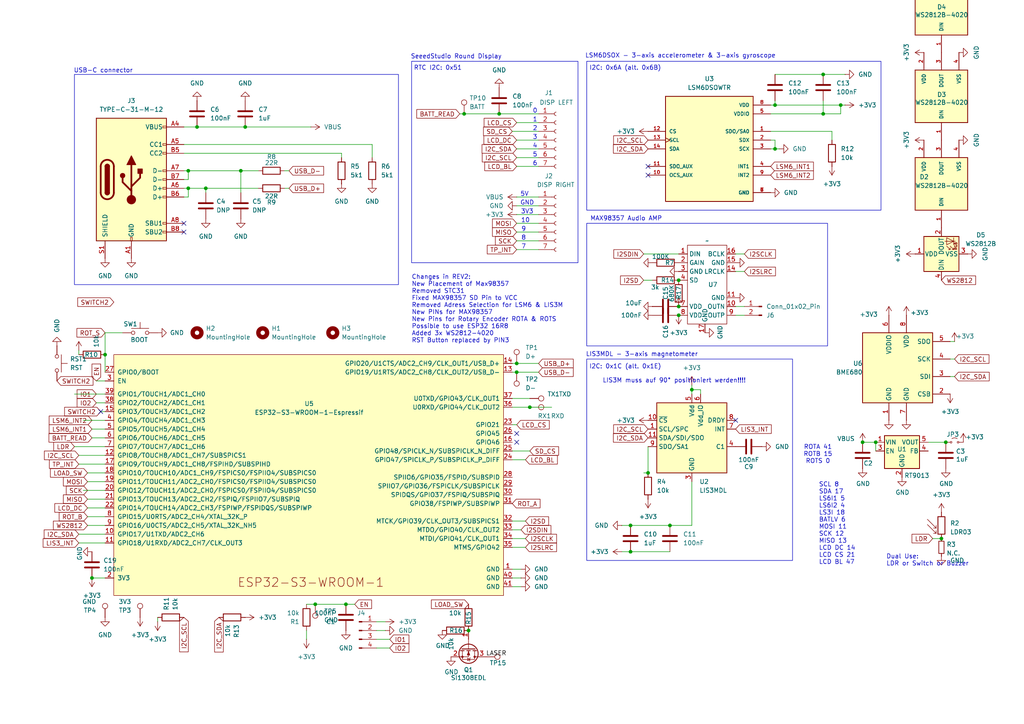
<source format=kicad_sch>
(kicad_sch (version 20231120) (generator "eeschema") (generator_version "8.0")
  (paper "A4")
  (title_block (title "Sensor Puck") (date "2024-11-21") (rev "1") (company "uspizig"))
  (lib_symbols
    (symbol "Connector:Conn_01x02_Pin" (pin_names (offset 1.016) hide)
      (property "Reference" "J" (at 0 2.54 0))
      (property "Value" "Conn_01x02_Pin" (at 0 -5.08 0))
      (symbol "Conn_01x02_Pin_1_1"
        (pin passive line (at 5.08 0 180) (length 3.81) (name "Pin_1") (number "1"))
        (pin passive line (at 5.08 -2.54 180) (length 3.81) (name "Pin_2") (number "2"))
      )
    )
    (symbol "Connector:Conn_01x04_Pin" (pin_names (offset 1.016) hide)
      (property "Reference" "J" (at 0 5.08 0))
      (property "Value" "Conn_01x04_Pin" (at 0 -7.62 0))
      (symbol "Conn_01x04_Pin_1_1"
        (pin passive line (at 5.08 2.54 180) (length 3.81) (name "Pin_1") (number "1"))
        (pin passive line (at 5.08 0 180) (length 3.81) (name "Pin_2") (number "2"))
        (pin passive line (at 5.08 -2.54 180) (length 3.81) (name "Pin_3") (number "3"))
        (pin passive line (at 5.08 -5.08 180) (length 3.81) (name "Pin_4") (number "4"))
      )
    )
    (symbol "Connector:Conn_01x07_Socket" (pin_names (offset 1.016) hide)
      (property "Reference" "J" (at 0 10.16 0))
      (property "Value" "Conn_01x07_Socket" (at 0 -10.16 0))
      (symbol "Conn_01x07_Socket_1_1"
        (pin passive line (at -5.08 7.62 0) (length 3.81) (name "Pin_1") (number "1"))
        (pin passive line (at -5.08 5.08 0) (length 3.81) (name "Pin_2") (number "2"))
        (pin passive line (at -5.08 2.54 0) (length 3.81) (name "Pin_3") (number "3"))
        (pin passive line (at -5.08 0 0) (length 3.81) (name "Pin_4") (number "4"))
        (pin passive line (at -5.08 -2.54 0) (length 3.81) (name "Pin_5") (number "5"))
        (pin passive line (at -5.08 -5.08 0) (length 3.81) (name "Pin_6") (number "6"))
        (pin passive line (at -5.08 -7.62 0) (length 3.81) (name "Pin_7") (number "7"))
      )
    )
    (symbol "Connector:TestPoint" (pin_numbers hide) (pin_names (offset 0.762) hide)
      (property "Reference" "TP" (at 0 6.858 0))
      (property "Value" "TestPoint" (at 0 5.08 0))
      (symbol "TestPoint_1_1"
        (pin passive line (at 0 0 90) (length 2.54) (name "1") (number "1"))
      )
    )
    (symbol "Connector:USB_C_Receptacle_USB2.0_16P" (pin_names (offset 1.016))
      (property "Reference" "J" (at 0 22.225 0))
      (property "Value" "USB_C_Receptacle_USB2.0_16P" (at 0 19.685 0))
      (symbol "USB_C_Receptacle_USB2.0_16P_1_1"
        (pin passive line (at 0 -22.86 90) (length 5.08) (name "GND") (number "A1"))
        (pin passive line (at 0 -22.86 90) (length 5.08) hide (name "GND") (number "A12"))
        (pin passive line (at 15.24 15.24 180) (length 5.08) (name "VBUS") (number "A4"))
        (pin bidirectional line (at 15.24 10.16 180) (length 5.08) (name "CC1") (number "A5"))
        (pin bidirectional line (at 15.24 -2.54 180) (length 5.08) (name "D+") (number "A6"))
        (pin bidirectional line (at 15.24 2.54 180) (length 5.08) (name "D-") (number "A7"))
        (pin bidirectional line (at 15.24 -12.7 180) (length 5.08) (name "SBU1") (number "A8"))
        (pin passive line (at 15.24 15.24 180) (length 5.08) hide (name "VBUS") (number "A9"))
        (pin passive line (at 0 -22.86 90) (length 5.08) hide (name "GND") (number "B1"))
        (pin passive line (at 0 -22.86 90) (length 5.08) hide (name "GND") (number "B12"))
        (pin passive line (at 15.24 15.24 180) (length 5.08) hide (name "VBUS") (number "B4"))
        (pin bidirectional line (at 15.24 7.62 180) (length 5.08) (name "CC2") (number "B5"))
        (pin bidirectional line (at 15.24 -5.08 180) (length 5.08) (name "D+") (number "B6"))
        (pin bidirectional line (at 15.24 0 180) (length 5.08) (name "D-") (number "B7"))
        (pin bidirectional line (at 15.24 -15.24 180) (length 5.08) (name "SBU2") (number "B8"))
        (pin passive line (at 15.24 15.24 180) (length 5.08) hide (name "VBUS") (number "B9"))
        (pin passive line (at -7.62 -22.86 90) (length 5.08) (name "SHIELD") (number "S1"))
      )
    )
    (symbol "Device:C" (pin_numbers hide) (pin_names (offset 0.254))
      (property "Reference" "C" (at 0.635 2.54 0))
      (property "Value" "C" (at 0.635 -2.54 0))
      (symbol "C_1_1"
        (pin passive line (at 0 3.81 270) (length 2.794) (name "~") (number "1"))
        (pin passive line (at 0 -3.81 90) (length 2.794) (name "~") (number "2"))
      )
    )
    (symbol "Device:R" (pin_numbers hide) (pin_names (offset 0))
      (property "Reference" "R" (at 2.032 0 90))
      (property "Value" "R" (at 0 0 90))
      (symbol "R_1_1"
        (pin passive line (at 0 3.81 270) (length 1.27) (name "~") (number "1"))
        (pin passive line (at 0 -3.81 90) (length 1.27) (name "~") (number "2"))
      )
    )
    (symbol "Device:R_Small" (pin_numbers hide) (pin_names (offset 0.254) hide)
      (property "Reference" "R" (at 0.762 0.508 0))
      (property "Value" "R_Small" (at 0.762 -1.016 0))
      (symbol "R_Small_1_1"
        (pin passive line (at 0 2.54 270) (length 0.762) (name "~") (number "1"))
        (pin passive line (at 0 -2.54 90) (length 0.762) (name "~") (number "2"))
      )
    )
    (symbol "Jumper:Jumper_2_Small_Open" (pin_numbers hide) (pin_names (offset 0) hide) (exclude_from_sim yes)
      (property "Reference" "JP" (at 0 2.794 0))
      (property "Value" "Jumper_2_Small_Open" (at 0 -2.286 0))
      (symbol "Jumper_2_Small_Open_1_1"
        (pin passive line (at -2.54 0 0) (length 1.27) (name "A") (number "1"))
        (pin passive line (at 2.54 0 180) (length 1.27) (name "B") (number "2"))
      )
    )
    (symbol "LED:WS2812B" (pin_names (offset 0.254))
      (property "Reference" "D" (at 5.08 5.715 0))
      (property "Value" "WS2812B" (at 1.27 -5.715 0))
      (symbol "WS2812B_0_0"
        (text "RGB" (at 2.286 -4.191 0) (effects (font (size 0.762 0.762))))
      )
      (symbol "WS2812B_1_1"
        (pin power_in line (at 0 7.62 270) (length 2.54) (name "VDD") (number "1"))
        (pin output line (at 7.62 0 180) (length 2.54) (name "DOUT") (number "2"))
        (pin power_in line (at 0 -7.62 90) (length 2.54) (name "VSS") (number "3"))
        (pin input line (at -7.62 0 0) (length 2.54) (name "DIN") (number "4"))
      )
    )
    (symbol "LSM6DSOXTR:LSM6DSOXTR" (pin_names (offset 1.016))
      (property "Reference" "U" (at -12.7 16.002 0))
      (property "Value" "LSM6DSOXTR" (at -12.7 -17.78 0))
      (symbol "LSM6DSOXTR_0_0"
        (pin bidirectional line (at 17.78 5.08 180) (length 5.08) (name "SDO/SA0") (number "1"))
        (pin bidirectional line (at -17.78 -7.62 0) (length 5.08) (name "OCS_AUX") (number "10"))
        (pin bidirectional line (at -17.78 -5.08 0) (length 5.08) (name "SDO_AUX") (number "11"))
        (pin input line (at -17.78 5.08 0) (length 5.08) (name "CS") (number "12"))
        (pin input clock (at -17.78 2.54 0) (length 5.08) (name "SCL") (number "13"))
        (pin bidirectional line (at -17.78 0 0) (length 5.08) (name "SDA") (number "14"))
        (pin bidirectional line (at 17.78 2.54 180) (length 5.08) (name "SDX") (number "2"))
        (pin bidirectional line (at 17.78 0 180) (length 5.08) (name "SCX") (number "3"))
        (pin output line (at 17.78 -5.08 180) (length 5.08) (name "INT1") (number "4"))
        (pin power_in line (at 17.78 10.16 180) (length 5.08) (name "VDDIO") (number "5"))
        (pin power_in line (at 17.78 -12.7 180) (length 5.08) (name "GND") (number "6"))
        (pin power_in line (at 17.78 -12.7 180) (length 5.08) (name "GND") (number "7"))
        (pin power_in line (at 17.78 12.7 180) (length 5.08) (name "VDD") (number "8"))
        (pin output line (at 17.78 -7.62 180) (length 5.08) (name "INT2") (number "9"))
      )
    )
    (symbol "MAX98357AETE+T:MAX98357A"
      (property "Reference" "U3" (at -3.175 2.54 0))
      (property "Value" "~" (at -3.175 0 0))
      (symbol "MAX98357A_1_1"
        (pin input line (at -11.43 -3.81 0) (length 2.54) (name "DIN") (number "1"))
        (pin input line (at 5.08 -19.05 180) (length 2.54) (name "OUTN") (number "10"))
        (pin power_in line (at 5.08 -16.51 180) (length 2.54) (name "GND") (number "11"))
        (pin bidirectional line (at 5.08 -13.97 180) (length 2.54) hide (name "N.C.") (number "12"))
        (pin bidirectional line (at 5.08 -11.43 180) (length 2.54) hide (name "N.C.") (number "13"))
        (pin input line (at 5.08 -8.89 180) (length 2.54) (name "LRCLK") (number "14"))
        (pin power_in line (at 5.08 -6.35 180) (length 2.54) (name "GND") (number "15"))
        (pin input line (at 5.08 -3.81 180) (length 2.54) (name "BCLK") (number "16"))
        (pin power_in line (at -3.81 -26.67 90) (length 2.54) (name "GND") (number "17"))
        (pin input line (at -11.43 -6.35 0) (length 2.54) (name "GAIN") (number "2"))
        (pin power_in line (at -11.43 -8.89 0) (length 2.54) (name "GND") (number "3"))
        (pin bidirectional line (at -11.43 -11.43 0) (length 2.54) (name "SD") (number "4"))
        (pin bidirectional line (at -11.43 -13.97 0) (length 2.54) hide (name "N.C.") (number "5"))
        (pin bidirectional line (at -11.43 -16.51 0) (length 2.54) hide (name "N.C.") (number "6"))
        (pin power_in line (at -11.43 -19.05 0) (length 2.54) (name "VDD") (number "7"))
        (pin power_in line (at -11.43 -21.59 0) (length 2.54) (name "VDD") (number "8"))
        (pin input line (at 5.08 -21.59 180) (length 2.54) (name "OUTP") (number "9"))
      )
    )
    (symbol "MLX90640:MLX90640" (pin_names (offset 1.016))
      (property "Reference" "U" (at 0 -1.27 0))
      (property "Value" "MLX90640" (at 0 1.27 0))
      (symbol "MLX90640_1_1"
        (pin bidirectional line (at 11.43 3.81 180) (length 2.54) (name "SDA") (number "1"))
        (pin power_in line (at -11.43 3.81 0) (length 2.54) (name "VDD") (number "2"))
        (pin power_in line (at -11.43 -3.81 0) (length 2.54) (name "GND") (number "3"))
        (pin bidirectional line (at 11.43 -3.81 180) (length 2.54) (name "SCL") (number "4"))
      )
    )
    (symbol "Mechanical:MountingHole" (pin_names (offset 1.016)) (exclude_from_sim yes) (in_bom no)
      (property "Reference" "H" (at 0 5.08 0))
      (property "Value" "MountingHole" (at 0 3.175 0))
    )
    (symbol "ProPrj_tes-easyedapro:SIQ-02FVS3"
      (property "Reference" "U" (at 0 0 0))
      (symbol "SIQ-02FVS3_1_0"
        (pin unspecified line (at 12.7 2.54 180) (length 5.08) (name "EH") (number "1"))
        (pin unspecified line (at 12.7 5.08 180) (length 5.08) (name "EH") (number "2"))
        (pin unspecified line (at 12.7 7.62 180) (length 5.08) (name "EH") (number "3"))
        (pin unspecified line (at -12.7 7.62 0) (length 5.08) (name "EH") (number "4"))
        (pin unspecified line (at -12.7 5.08 0) (length 5.08) (name "EH") (number "5"))
        (pin unspecified line (at -12.7 2.54 0) (length 5.08) (name "EH") (number "6"))
        (pin unspecified line (at -5.08 -7.62 90) (length 5.08) (name "A") (number "A"))
        (pin unspecified line (at 5.08 -7.62 90) (length 5.08) (name "B") (number "B"))
        (pin unspecified line (at 2.54 -7.62 90) (length 5.08) (name "C") (number "C"))
        (pin unspecified line (at -2.54 -7.62 90) (length 5.08) (name "S") (number "S"))
      )
    )
    (symbol "Regulator_Linear:TPS72201" (pin_names (offset 0.254))
      (property "Reference" "U" (at -3.81 5.715 0))
      (property "Value" "TPS72201" (at 0 5.715 0))
      (symbol "TPS72201_1_1"
        (pin power_in line (at -7.62 2.54 0) (length 2.54) (name "VIN") (number "1"))
        (pin power_in line (at 0 -7.62 90) (length 2.54) (name "GND") (number "2"))
        (pin input line (at -7.62 0 0) (length 2.54) (name "EN") (number "3"))
        (pin input line (at 7.62 0 180) (length 2.54) (name "FB") (number "4"))
        (pin power_out line (at 7.62 2.54 180) (length 2.54) (name "VOUT") (number "5"))
      )
    )
    (symbol "Sensor:BME680"
      (property "Reference" "U" (at -8.89 11.43 0))
      (property "Value" "BME680" (at 7.62 11.43 0))
      (symbol "BME680_1_1"
        (pin power_in line (at -2.54 -15.24 90) (length 5.08) (name "GND") (number "1"))
        (pin input line (at 15.24 -7.62 180) (length 5.08) (name "CSB") (number "2"))
        (pin bidirectional line (at 15.24 -2.54 180) (length 5.08) (name "SDI") (number "3"))
        (pin input line (at 15.24 2.54 180) (length 5.08) (name "SCK") (number "4"))
        (pin bidirectional line (at 15.24 7.62 180) (length 5.08) (name "SDO") (number "5"))
        (pin power_in line (at -2.54 15.24 270) (length 5.08) (name "VDDIO") (number "6"))
        (pin power_in line (at 2.54 -15.24 90) (length 5.08) (name "GND") (number "7"))
        (pin power_in line (at 2.54 15.24 270) (length 5.08) (name "VDD") (number "8"))
      )
    )
    (symbol "Sensor_Magnetic:LIS3MDL"
      (property "Reference" "U" (at -8.89 11.43 0))
      (property "Value" "LIS3MDL" (at 7.62 11.43 0))
      (symbol "LIS3MDL_1_1"
        (pin input line (at -12.7 2.54 0) (length 2.54) (name "SCL/SPC") (number "1"))
        (pin input line (at -12.7 5.08 0) (length 2.54) (name "~{CS}") (number "10"))
        (pin bidirectional line (at -12.7 0 0) (length 2.54) (name "SDA/SDI/SDO") (number "11"))
        (pin passive line (at 0 -12.7 90) (length 2.54) hide (name "GND") (number "12"))
        (pin passive line (at 0 -12.7 90) (length 2.54) hide (name "GND") (number "2"))
        (pin power_in line (at 0 -12.7 90) (length 2.54) (name "GND") (number "3"))
        (pin power_out line (at 12.7 -2.54 180) (length 2.54) (name "C1") (number "4"))
        (pin power_in line (at 0 12.7 270) (length 2.54) (name "Vdd") (number "5"))
        (pin power_in line (at 2.54 12.7 270) (length 2.54) (name "Vdd_IO") (number "6"))
        (pin output line (at 12.7 2.54 180) (length 2.54) (name "INT") (number "7"))
        (pin output line (at 12.7 5.08 180) (length 2.54) (name "DRDY") (number "8"))
        (pin bidirectional line (at -12.7 -2.54 0) (length 2.54) (name "SDO/SA1") (number "9"))
      )
    )
    (symbol "Sensor_Optical:LDR03" (pin_numbers hide) (pin_names (offset 0))
      (property "Reference" "R" (at -5.08 0 90))
      (property "Value" "LDR03" (at 1.905 0 90))
      (symbol "LDR03_1_1"
        (pin passive line (at 0 3.81 270) (length 1.27) (name "~") (number "1"))
        (pin passive line (at 0 -3.81 90) (length 1.27) (name "~") (number "2"))
      )
    )
    (symbol "Switch:SW_Push" (pin_numbers hide) (pin_names (offset 1.016) hide)
      (property "Reference" "SW" (at 1.27 2.54 0))
      (property "Value" "SW_Push" (at 0 -1.524 0))
      (symbol "SW_Push_0_1"
        (pin passive line (at -5.08 0 0) (length 2.54) (name "1") (number "1"))
        (pin passive line (at 5.08 0 180) (length 2.54) (name "2") (number "2"))
      )
    )
    (symbol "Transistor_FET:2N7002K" (pin_names hide)
      (property "Reference" "Q" (at 5.08 1.905 0))
      (property "Value" "2N7002K" (at 5.08 0 0))
      (symbol "2N7002K_1_1"
        (pin input line (at -5.08 0 0) (length 2.54) (name "G") (number "1"))
        (pin passive line (at 2.54 -5.08 90) (length 2.54) (name "S") (number "2"))
        (pin passive line (at 2.54 5.08 270) (length 2.54) (name "D") (number "3"))
      )
    )
    (symbol "WS2812B-4020:WS2812B-4020" (pin_names (offset 1.016))
      (property "Reference" "D" (at -7.62 8.128 0))
      (property "Value" "WS2812B-4020" (at -7.62 -10.16 0))
      (symbol "WS2812B-4020_0_0"
        (pin input line (at -12.7 0 0) (length 5.08) (name "DIN") (number "1"))
        (pin power_in line (at 12.7 5.08 180) (length 5.08) (name "VDD") (number "2"))
        (pin output line (at 12.7 0 180) (length 5.08) (name "DOUT") (number "3"))
        (pin power_in line (at 12.7 -5.08 180) (length 5.08) (name "VSS") (number "4"))
      )
    )
    (symbol "esp32baseBoard-rescue:GND-power" (power) (pin_names (offset 0))
      (property "Value" "power_GND" (at 0 -3.81 0))
      (symbol "GND-power_1_1"
        (pin power_in line (at 0 0 270) (length 0) hide (name "GND") (number "1"))
      )
    )
    (symbol "power:+3V3" (power) (pin_numbers hide) (pin_names (offset 0) hide)
      (property "Value" "+3V3" (at 0 3.556 0))
      (symbol "+3V3_1_1"
        (pin power_in line (at 0 0 90) (length 0) (name "~") (number "1"))
      )
    )
    (symbol "power:GND" (power) (pin_numbers hide) (pin_names (offset 0) hide)
      (property "Value" "GND" (at 0 -3.81 0))
      (symbol "GND_1_1"
        (pin power_in line (at 0 0 270) (length 0) (name "~") (number "1"))
      )
    )
    (symbol "power:VBUS" (power) (pin_numbers hide) (pin_names (offset 0) hide)
      (property "Value" "VBUS" (at 0 3.556 0))
      (symbol "VBUS_1_1"
        (pin power_in line (at 0 0 90) (length 0) (name "~") (number "1"))
      )
    )
    (symbol "s3Basic-rescue:ESP32-S3-WROOM-1-Espressif" (pin_names (offset 1.016))
      (property "Reference" "U" (at 0 35.56 0))
      (property "Value" "ESP32-S3-WROOM-1-Espressif" (at 0 -36.83 0))
      (symbol "ESP32-S3-WROOM-1-Espressif_0_0"
        (text "ESP32-S3-WROOM-1" (at 0 -31.75 0) (effects (font (size 2.54 2.54))))
        (pin power_in line (at 58.42 -27.94 180) (length 2.54) (name "GND") (number "1"))
        (pin bidirectional line (at -59.69 -17.78 0) (length 2.54) (name "GPIO17/U1TXD/ADC2_CH6") (number "10"))
        (pin bidirectional line (at -59.69 -20.32 0) (length 2.54) (name "GPIO18/U1RXD/ADC2_CH7/CLK_OUT3") (number "11"))
        (pin bidirectional line (at -59.69 5.08 0) (length 2.54) (name "GPIO8/TOUCH8/ADC1_CH7/SUBSPICS1") (number "12"))
        (pin bidirectional line (at 58.42 29.21 180) (length 2.54) (name "GPIO19/U1RTS/ADC2_CH8/CLK_OUT2/USB_D-") (number "13"))
        (pin bidirectional line (at 58.42 31.75 180) (length 2.54) (name "GPIO20/U1CTS/ADC2_CH9/CLK_OUT1/USB_D+") (number "14"))
        (pin bidirectional line (at -59.69 17.78 0) (length 2.54) (name "GPIO3/TOUCH3/ADC1_CH2") (number "15"))
        (pin bidirectional line (at 58.42 8.89 180) (length 2.54) (name "GPIO46") (number "16"))
        (pin bidirectional line (at -59.69 2.54 0) (length 2.54) (name "GPIO9/TOUCH9/ADC1_CH8/FSPIHD/SUBSPIHD") (number "17"))
        (pin bidirectional line (at -59.69 0 0) (length 2.54) (name "GPIO10/TOUCH10/ADC1_CH9/FSPICS0/FSPIIO4/SUBSPICS0") (number "18"))
        (pin bidirectional line (at -59.69 -2.54 0) (length 2.54) (name "GPIO11/TOUCH11/ADC2_CH0/FSPICS0/FSPIIO4/SUBSPICS0") (number "19"))
        (pin power_in line (at -59.69 -30.48 0) (length 2.54) (name "3V3") (number "2"))
        (pin bidirectional line (at -59.69 -5.08 0) (length 2.54) (name "GPIO12/TOUCH11/ADC2_CH0/FSPICS0/FSPIIO4/SUBSPICS0") (number "20"))
        (pin bidirectional line (at -59.69 -7.62 0) (length 2.54) (name "GPIO13/TOUCH13/ADC2_CH2/FSPIQ/FSPIIO7/SUBSPIQ") (number "21"))
        (pin bidirectional line (at -59.69 -10.16 0) (length 2.54) (name "GPIO14/TOUCH14/ADC2_CH3/FSPIWP/FSPIDQS/SUBSPIWP") (number "22"))
        (pin bidirectional line (at 58.42 13.97 180) (length 2.54) (name "GPIO21") (number "23"))
        (pin bidirectional line (at 58.42 3.81 180) (length 2.54) (name "GPIO47/SPICLK_P/SUBSPICLK_P_DIFF") (number "24"))
        (pin bidirectional line (at 58.42 6.35 180) (length 2.54) (name "GPIO48/SPICLK_N/SUBSPICLK_N_DIFF") (number "25"))
        (pin bidirectional line (at 58.42 11.43 180) (length 2.54) (name "GPIO45") (number "26"))
        (pin bidirectional line (at -59.69 29.21 0) (length 2.54) (name "GPIO0/BOOT") (number "27"))
        (pin bidirectional line (at 58.42 -1.27 180) (length 2.54) (name "SPIIO6/GPIO35/FSPID/SUBSPID") (number "28"))
        (pin bidirectional line (at 58.42 -3.81 180) (length 2.54) (name "SPIIO7/GPIO36/FSPICLK/SUBSPICLK") (number "29"))
        (pin input line (at -59.69 26.67 0) (length 2.54) (name "EN") (number "3"))
        (pin bidirectional line (at 58.42 -6.35 180) (length 2.54) (name "SPIDQS/GPIO37/FSPIQ/SUBSPIQ") (number "30"))
        (pin bidirectional line (at 58.42 -8.89 180) (length 2.54) (name "GPIO38/FSPIWP/SUBSPIWP") (number "31"))
        (pin bidirectional line (at 58.42 -13.97 180) (length 2.54) (name "MTCK/GPIO39/CLK_OUT3/SUBSPICS1") (number "32"))
        (pin bidirectional line (at 58.42 -16.51 180) (length 2.54) (name "MTDO/GPIO40/CLK_OUT2") (number "33"))
        (pin bidirectional line (at 58.42 -19.05 180) (length 2.54) (name "MTDI/GPIO41/CLK_OUT1") (number "34"))
        (pin bidirectional line (at 58.42 -21.59 180) (length 2.54) (name "MTMS/GPIO42") (number "35"))
        (pin bidirectional line (at 58.42 19.05 180) (length 2.54) (name "U0RXD/GPIO44/CLK_OUT2") (number "36"))
        (pin bidirectional line (at 58.42 21.59 180) (length 2.54) (name "U0TXD/GPIO43/CLK_OUT1") (number "37"))
        (pin bidirectional line (at -59.69 20.32 0) (length 2.54) (name "GPIO2/TOUCH2/ADC1_CH1") (number "38"))
        (pin bidirectional line (at -59.69 22.86 0) (length 2.54) (name "GPIO1/TOUCH1/ADC1_CH0") (number "39"))
        (pin bidirectional line (at -59.69 15.24 0) (length 2.54) (name "GPIO4/TOUCH4/ADC1_CH3") (number "4"))
        (pin power_in line (at 58.42 -30.48 180) (length 2.54) (name "GND") (number "40"))
        (pin power_in line (at 58.42 -33.02 180) (length 2.54) (name "GND") (number "41"))
        (pin bidirectional line (at -59.69 12.7 0) (length 2.54) (name "GPIO5/TOUCH5/ADC1_CH4") (number "5"))
        (pin bidirectional line (at -59.69 10.16 0) (length 2.54) (name "GPIO6/TOUCH6/ADC1_CH5") (number "6"))
        (pin bidirectional line (at -59.69 7.62 0) (length 2.54) (name "GPIO7/TOUCH7/ADC1_CH6") (number "7"))
        (pin bidirectional line (at -59.69 -12.7 0) (length 2.54) (name "GPIO15/U0RTS/ADC2_CH4/XTAL_32K_P") (number "8"))
        (pin bidirectional line (at -59.69 -15.24 0) (length 2.54) (name "GPIO16/U0CTS/ADC2_CH5/XTAL_32K_NH5") (number "9"))
      )
    )
  )
  (junction (at 149.86 105.41))
  (junction (at 200.66 113.03))
  (junction (at 135.89 182.88))
  (junction (at 243.84 30.48))
  (junction (at 196.85 88.9))
  (junction (at 153.67 118.11))
  (junction (at 26.67 167.64))
  (junction (at 238.76 33.02))
  (junction (at 224.79 43.18))
  (junction (at 273.05 156.21))
  (junction (at 182.88 160.02))
  (junction (at 54.61 49.53))
  (junction (at 254 128.27))
  (junction (at 238.76 21.59))
  (junction (at 182.88 152.4))
  (junction (at 57.15 36.83))
  (junction (at 59.69 54.61))
  (junction (at 250.19 128.27))
  (junction (at 187.96 137.16))
  (junction (at 54.61 54.61))
  (junction (at 30.48 102.87))
  (junction (at 196.85 81.28))
  (junction (at 71.12 36.83))
  (junction (at 194.31 152.4))
  (junction (at 144.78 33.02))
  (junction (at 274.32 128.27))
  (junction (at 100.33 175.26))
  (junction (at 91.44 175.26))
  (junction (at 134.62 33.02))
  (junction (at 224.79 30.48))
  (junction (at 69.85 49.53))
  (junction (at 149.86 107.95))
  (junction (at 196.85 91.44))
  (no_connect (at 213.36 121.92))
  (no_connect (at 53.34 64.77))
  (no_connect (at 29.21 119.38))
  (no_connect (at 53.34 67.31))
  (no_connect (at 149.86 128.27))
  (no_connect (at 149.86 125.73))
  (no_connect (at 187.96 50.8))
  (no_connect (at 187.96 48.26))
  (wire (pts (xy 69.85 49.53) (xy 69.85 55.88)))
  (wire (pts (xy 27.94 116.84) (xy 30.48 116.84)))
  (wire (pts (xy 54.61 49.53) (xy 53.34 49.53)))
  (wire (pts (xy 224.79 43.18) (xy 226.06 43.18)))
  (wire (pts (xy 149.86 40.64) (xy 156.21 40.64)))
  (wire (pts (xy 203.2 113.03) (xy 203.2 114.3)))
  (wire (pts (xy 53.34 52.07) (xy 54.61 52.07)))
  (wire (pts (xy 88.9 182.88) (xy 88.9 185.42)))
  (wire (pts (xy 149.86 57.15) (xy 156.21 57.15)))
  (wire (pts (xy 149.86 62.23) (xy 156.21 62.23)))
  (wire (pts (xy 149.86 67.31) (xy 156.21 67.31)))
  (wire (pts (xy 25.4 147.32) (xy 30.48 147.32)))
  (wire (pts (xy 254 128.27) (xy 254 130.81)))
  (wire (pts (xy 250.19 128.27) (xy 254 128.27)))
  (wire (pts (xy 186.69 73.66) (xy 196.85 73.66)))
  (wire (pts (xy 109.22 180.34) (xy 111.76 180.34)))
  (wire (pts (xy 213.36 88.9) (xy 215.9 88.9)))
  (wire (pts (xy 224.79 30.48) (xy 224.79 29.21)))
  (wire (pts (xy 330.2 96.52) (xy 330.2 97.79)))
  (wire (pts (xy 109.22 182.88) (xy 111.76 182.88)))
  (wire (pts (xy 54.61 57.15) (xy 54.61 54.61)))
  (wire (pts (xy 21.59 129.54) (xy 30.48 129.54)))
  (wire (pts (xy 26.67 167.64) (xy 30.48 167.64)))
  (wire (pts (xy 149.86 59.69) (xy 156.21 59.69)))
  (wire (pts (xy 270.51 156.21) (xy 273.05 156.21)))
  (wire (pts (xy 53.34 44.45) (xy 99.06 44.45)))
  (wire (pts (xy 224.79 30.48) (xy 243.84 30.48)))
  (wire (pts (xy 275.59 109.22) (xy 276.86 109.22)))
  (wire (pts (xy 180.34 160.02) (xy 182.88 160.02)))
  (wire (pts (xy 148.59 105.41) (xy 149.86 105.41)))
  (wire (pts (xy 22.86 154.94) (xy 30.48 154.94)))
  (wire (pts (xy 149.86 105.41) (xy 156.21 105.41)))
  (wire (pts (xy 223.52 33.02) (xy 238.76 33.02)))
  (wire (pts (xy 149.86 48.26) (xy 156.21 48.26)))
  (wire (pts (xy 82.55 54.61) (xy 83.82 54.61)))
  (wire (pts (xy 30.48 96.52) (xy 35.56 96.52)))
  (wire (pts (xy 54.61 54.61) (xy 59.69 54.61)))
  (wire (pts (xy 200.66 113.03) (xy 203.2 113.03)))
  (wire (pts (xy 148.59 123.19) (xy 149.86 123.19)))
  (wire (pts (xy 109.22 185.42) (xy 113.03 185.42)))
  (wire (pts (xy 25.4 152.4) (xy 30.48 152.4)))
  (wire (pts (xy 223.52 43.18) (xy 224.79 43.18)))
  (wire (pts (xy 134.62 33.02) (xy 144.78 33.02)))
  (wire (pts (xy 25.4 144.78) (xy 30.48 144.78)))
  (wire (pts (xy 148.59 153.67) (xy 151.13 153.67)))
  (wire (pts (xy 54.61 49.53) (xy 69.85 49.53)))
  (wire (pts (xy 22.86 101.6) (xy 22.86 102.87)))
  (wire (pts (xy 182.88 160.02) (xy 194.31 160.02)))
  (wire (pts (xy 99.06 44.45) (xy 99.06 45.72)))
  (wire (pts (xy 109.22 187.96) (xy 113.03 187.96)))
  (wire (pts (xy 71.12 36.83) (xy 90.17 36.83)))
  (wire (pts (xy 24.13 142.24) (xy 30.48 142.24)))
  (wire (pts (xy 91.44 175.26) (xy 88.9 175.26)))
  (wire (pts (xy 149.86 69.85) (xy 156.21 69.85)))
  (wire (pts (xy 148.59 167.64) (xy 151.13 167.64)))
  (wire (pts (xy 26.67 124.46) (xy 30.48 124.46)))
  (wire (pts (xy 269.24 128.27) (xy 274.32 128.27)))
  (wire (pts (xy 148.59 107.95) (xy 149.86 107.95)))
  (wire (pts (xy 59.69 54.61) (xy 59.69 55.88)))
  (wire (pts (xy 200.66 152.4) (xy 200.66 139.7)))
  (wire (pts (xy 148.59 118.11) (xy 153.67 118.11)))
  (wire (pts (xy 149.86 107.95) (xy 156.21 107.95)))
  (wire (pts (xy 149.86 43.18) (xy 156.21 43.18)))
  (wire (pts (xy 53.34 57.15) (xy 54.61 57.15)))
  (wire (pts (xy 30.48 102.87) (xy 30.48 107.95)))
  (wire (pts (xy 69.85 49.53) (xy 74.93 49.53)))
  (wire (pts (xy 180.34 152.4) (xy 182.88 152.4)))
  (wire (pts (xy 148.59 165.1) (xy 151.13 165.1)))
  (wire (pts (xy 26.67 127) (xy 30.48 127)))
  (wire (pts (xy 213.36 73.66) (xy 215.9 73.66)))
  (wire (pts (xy 27.94 110.49) (xy 30.48 110.49)))
  (wire (pts (xy 148.59 170.18) (xy 151.13 170.18)))
  (wire (pts (xy 149.86 64.77) (xy 156.21 64.77)))
  (wire (pts (xy 59.69 54.61) (xy 74.93 54.61)))
  (wire (pts (xy 223.52 30.48) (xy 224.79 30.48)))
  (wire (pts (xy 24.13 121.92) (xy 30.48 121.92)))
  (wire (pts (xy 144.78 33.02) (xy 156.21 33.02)))
  (wire (pts (xy 148.59 156.21) (xy 152.4 156.21)))
  (wire (pts (xy 213.36 78.74) (xy 215.9 78.74)))
  (wire (pts (xy 238.76 33.02) (xy 238.76 29.21)))
  (wire (pts (xy 245.11 30.48) (xy 243.84 30.48)))
  (wire (pts (xy 238.76 21.59) (xy 245.11 21.59)))
  (wire (pts (xy 153.67 118.11) (xy 160.02 118.11)))
  (wire (pts (xy 186.69 137.16) (xy 187.96 137.16)))
  (wire (pts (xy 224.79 21.59) (xy 238.76 21.59)))
  (wire (pts (xy 223.52 40.64) (xy 224.79 40.64)))
  (wire (pts (xy 275.59 104.14) (xy 276.86 104.14)))
  (wire (pts (xy 21.59 114.3) (xy 30.48 114.3)))
  (wire (pts (xy 100.33 175.26) (xy 91.44 175.26)))
  (wire (pts (xy 148.59 38.1) (xy 156.21 38.1)))
  (wire (pts (xy 275.59 99.06) (xy 276.86 99.06)))
  (wire (pts (xy 149.86 45.72) (xy 156.21 45.72)))
  (wire (pts (xy 241.3 38.1) (xy 241.3 40.64)))
  (wire (pts (xy 149.86 72.39) (xy 156.21 72.39)))
  (wire (pts (xy 238.76 33.02) (xy 243.84 33.02)))
  (wire (pts (xy 194.31 152.4) (xy 200.66 152.4)))
  (wire (pts (xy 213.36 91.44) (xy 215.9 91.44)))
  (wire (pts (xy 57.15 36.83) (xy 71.12 36.83)))
  (wire (pts (xy 82.55 49.53) (xy 83.82 49.53)))
  (wire (pts (xy 148.59 151.13) (xy 152.4 151.13)))
  (wire (pts (xy 54.61 52.07) (xy 54.61 49.53)))
  (wire (pts (xy 224.79 40.64) (xy 224.79 43.18)))
  (wire (pts (xy 25.4 137.16) (xy 30.48 137.16)))
  (wire (pts (xy 149.86 35.56) (xy 156.21 35.56)))
  (wire (pts (xy 22.86 157.48) (xy 30.48 157.48)))
  (wire (pts (xy 200.66 113.03) (xy 200.66 114.3)))
  (wire (pts (xy 29.21 119.38) (xy 30.48 119.38)))
  (wire (pts (xy 30.48 96.52) (xy 30.48 102.87)))
  (wire (pts (xy 53.34 41.91) (xy 107.95 41.91)))
  (wire (pts (xy 25.4 149.86) (xy 30.48 149.86)))
  (wire (pts (xy 22.86 132.08) (xy 30.48 132.08)))
  (wire (pts (xy 148.59 158.75) (xy 152.4 158.75)))
  (wire (pts (xy 45.72 179.07) (xy 45.72 180.34)))
  (wire (pts (xy 57.15 36.83) (xy 53.34 36.83)))
  (wire (pts (xy 186.69 81.28) (xy 189.23 81.28)))
  (wire (pts (xy 22.86 134.62) (xy 30.48 134.62)))
  (wire (pts (xy 187.96 129.54) (xy 187.96 137.16)))
  (wire (pts (xy 25.4 139.7) (xy 30.48 139.7)))
  (wire (pts (xy 107.95 41.91) (xy 107.95 45.72)))
  (wire (pts (xy 223.52 38.1) (xy 241.3 38.1)))
  (wire (pts (xy 148.59 115.57) (xy 153.67 115.57)))
  (wire (pts (xy 102.87 175.26) (xy 100.33 175.26)))
  (wire (pts (xy 243.84 30.48) (xy 243.84 33.02)))
  (wire (pts (xy 53.34 54.61) (xy 54.61 54.61)))
  (wire (pts (xy 313.69 125.73) (xy 317.5 125.73)))
  (wire (pts (xy 182.88 152.4) (xy 194.31 152.4)))
  (wire (pts (xy 148.59 133.35) (xy 152.4 133.35)))
  (wire (pts (xy 200.66 111.76) (xy 200.66 113.03)))
  (wire (pts (xy 148.59 130.81) (xy 153.67 130.81)))
  (wire (pts (xy 133.35 33.02) (xy 134.62 33.02)))
  (rectangle (start 170.18 104.14) (end 229.87 162.56))
  (rectangle (start 170.18 17.78) (end 255.524 60.96))
  (rectangle (start 119.38 17.78) (end 167.64 76.2))
  (rectangle (start 21.59 21.59) (end 115.57 82.55))
  (rectangle (start 170.18 64.77) (end 240.03 100.33))
  (text "USB-C connector" (at 29.972 20.574 0) (effects (font (size 1.27 1.27))))
  (text "5" (at 155.194 44.958 0) (effects (font (size 1.27 1.27))))
  (text "10" (at 152.4 64.008 0) (effects (font (size 1.27 1.27))))
  (text "7" (at 151.892 71.628 0) (effects (font (size 1.27 1.27))))
  (text "3" (at 155.194 39.878 0) (effects (font (size 1.27 1.27))))
  (text "LIS3M muss auf 90° positioniert werden!!!!" (at 195.58 110.49 0) (effects (font (size 1.27 1.27))))
  (text "SeeedStudio Round Display" (at 132.334 16.51 0) (effects (font (size 1.27 1.27))))
  (text "SCL 8\nSDA 17\nLS6I1 5\nLS6I2 4\nLS3I 18\nBATLV 6\nMOSI 11\nSCK 12\nMISO 13\nLCD DC 14\nLCD CS 21\nLCD BL 47" (at 237.49 151.892 0) (effects (font (size 1.27 1.27)) (justify left)))
  (text "4" (at 155.194 42.418 0) (effects (font (size 1.27 1.27))))
  (text "I2C: 0x1C (alt. 0x1E)" (at 181.356 106.426 0) (effects (font (size 1.27 1.27))))
  (text "RTC I2C: 0x51" (at 127 19.812 0) (effects (font (size 1.27 1.27))))
  (text "Changes in REV2:\nNew Placement of Max98357\nRemoved STC31\nFixed MAX98357 SD Pin to VCC\nRemoved Adress Selection for LSM6 & LIS3M\nNew PINs for MAX98357\nNew Pins for Rotary Encoder ROTA & ROTS\nPossible to use ESP32 16R8\nAdded 3x WS2812-4020\nRST Button replaced by PIN3" (at 119.38 89.662 0) (effects (font (size 1.27 1.27)) (justify left)))
  (text "Dual Use:\nLDR or Switch or Buzzer" (at 257.048 162.56 0) (effects (font (size 1.27 1.27)) (justify left)))
  (text "I2C: 0x6A (alt. 0x6B)" (at 181.356 19.812 0) (effects (font (size 1.27 1.27))))
  (text "LIS3MDL - 3-axis magnetometer" (at 186.182 102.87 0) (effects (font (size 1.27 1.27))))
  (text "5V" (at 152.146 56.388 0) (effects (font (size 1.27 1.27))))
  (text "8" (at 151.892 69.088 0) (effects (font (size 1.27 1.27))))
  (text "MAX98357 Audio AMP" (at 181.61 63.5 0) (effects (font (size 1.27 1.27))))
  (text "1" (at 155.194 34.798 0) (effects (font (size 1.27 1.27))))
  (text "GND" (at 152.908 58.928 0) (effects (font (size 1.27 1.27))))
  (text "9" (at 151.892 66.548 0) (effects (font (size 1.27 1.27))))
  (text "LSM6DSOX - 3-axis accelerometer & 3-axis gyroscope" (at 197.358 16.256 0) (effects (font (size 1.27 1.27))))
  (text "2" (at 155.194 37.338 0) (effects (font (size 1.27 1.27))))
  (text "0" (at 155.194 32.258 0) (effects (font (size 1.27 1.27))))
  (text "ROTA 41\nROTB 15\nROTS 0" (at 237.236 131.826 0) (effects (font (size 1.27 1.27))))
  (text "3V3" (at 152.908 61.468 0) (effects (font (size 1.27 1.27))))
  (text "6" (at 155.194 47.498 0) (effects (font (size 1.27 1.27))))
  (label "LASER" (at 140.97 190.5 0))
  (global_label "SWITCH2" (shape input) (at 33.02 87.63 180) (property "Intersheetrefs" "${INTERSHEET_REFS}" (effects (hide yes))))
  (global_label "I2C_SCL" (shape input) (at 276.86 104.14 0) (property "Intersheetrefs" "${INTERSHEET_REFS}" (effects (hide yes))))
  (global_label "SD_CS" (shape input) (at 153.67 130.81 0) (property "Intersheetrefs" "${INTERSHEET_REFS}" (effects (hide yes))))
  (global_label "I2C_SCL" (shape input) (at 22.86 132.08 180) (property "Intersheetrefs" "${INTERSHEET_REFS}" (effects (hide yes))))
  (global_label "LDR" (shape input) (at 21.59 129.54 180) (property "Intersheetrefs" "${INTERSHEET_REFS}" (effects (hide yes))))
  (global_label "ROT_S" (shape input) (at 325.12 96.52 270) (property "Intersheetrefs" "${INTERSHEET_REFS}" (effects (hide yes))))
  (global_label "ROT_A" (shape input) (at 148.59 146.05 0) (property "Intersheetrefs" "${INTERSHEET_REFS}" (effects (hide yes))))
  (global_label "IO2" (shape input) (at 27.94 116.84 180) (property "Intersheetrefs" "${INTERSHEET_REFS}" (effects (hide yes))))
  (global_label "I2C_SCL" (shape input) (at 187.96 124.46 180) (property "Intersheetrefs" "${INTERSHEET_REFS}" (effects (hide yes))))
  (global_label "IO1" (shape input) (at 113.03 185.42 0) (property "Intersheetrefs" "${INTERSHEET_REFS}" (effects (hide yes))))
  (global_label "USB_D-" (shape input) (at 83.82 49.53 0) (property "Intersheetrefs" "${INTERSHEET_REFS}" (effects (hide yes))))
  (global_label "MOSI" (shape input) (at 149.86 64.77 180) (property "Intersheetrefs" "${INTERSHEET_REFS}" (effects (hide yes))))
  (global_label "MISO" (shape input) (at 149.86 67.31 180) (property "Intersheetrefs" "${INTERSHEET_REFS}" (effects (hide yes))))
  (global_label "USB_D+" (shape input) (at 156.21 105.41 0) (property "Intersheetrefs" "${INTERSHEET_REFS}" (effects (hide yes))))
  (global_label "LCD_DC" (shape input) (at 149.86 40.64 180) (property "Intersheetrefs" "${INTERSHEET_REFS}" (effects (hide yes))))
  (global_label "SD_CS" (shape input) (at 148.59 38.1 180) (property "Intersheetrefs" "${INTERSHEET_REFS}" (effects (hide yes))))
  (global_label "I2SD" (shape input) (at 186.69 81.28 180) (property "Intersheetrefs" "${INTERSHEET_REFS}" (effects (hide yes))))
  (global_label "LIS3_INT" (shape input) (at 213.36 124.46 0) (property "Intersheetrefs" "${INTERSHEET_REFS}" (effects (hide yes))))
  (global_label "LSM6_INT1" (shape input) (at 223.52 48.26 0) (property "Intersheetrefs" "${INTERSHEET_REFS}" (effects (hide yes))))
  (global_label "LSM6_INT1" (shape input) (at 26.67 124.46 180) (property "Intersheetrefs" "${INTERSHEET_REFS}" (effects (hide yes))))
  (global_label "I2C_SDA" (shape input) (at 109.22 227.33 0) (property "Intersheetrefs" "${INTERSHEET_REFS}" (effects (hide yes))))
  (global_label "ROT_B" (shape input) (at 25.4 149.86 180) (property "Intersheetrefs" "${INTERSHEET_REFS}" (effects (hide yes))))
  (global_label "I2C_SDA" (shape input) (at 149.86 43.18 180) (property "Intersheetrefs" "${INTERSHEET_REFS}" (effects (hide yes))))
  (global_label "BATT_READ" (shape input) (at 26.67 127 180) (property "Intersheetrefs" "${INTERSHEET_REFS}" (effects (hide yes))))
  (global_label "I2C_SDA" (shape input) (at 276.86 109.22 0) (property "Intersheetrefs" "${INTERSHEET_REFS}" (effects (hide yes))))
  (global_label "USB_D-" (shape input) (at 156.21 107.95 0) (property "Intersheetrefs" "${INTERSHEET_REFS}" (effects (hide yes))))
  (global_label "I2SCLK" (shape input) (at 215.9 73.66 0) (property "Intersheetrefs" "${INTERSHEET_REFS}" (effects (hide yes))))
  (global_label "EN" (shape input) (at 27.94 110.49 90) (property "Intersheetrefs" "${INTERSHEET_REFS}" (effects (hide yes))))
  (global_label "MOSI" (shape input) (at 25.4 139.7 180) (property "Intersheetrefs" "${INTERSHEET_REFS}" (effects (hide yes))))
  (global_label "I2C_SDA" (shape input) (at 187.96 43.18 180) (property "Intersheetrefs" "${INTERSHEET_REFS}" (effects (hide yes))))
  (global_label "LSM6_INT2" (shape input) (at 223.52 50.8 0) (property "Intersheetrefs" "${INTERSHEET_REFS}" (effects (hide yes))))
  (global_label "LCD_BL" (shape input) (at 149.86 48.26 180) (property "Intersheetrefs" "${INTERSHEET_REFS}" (effects (hide yes))))
  (global_label "I2C_SCL" (shape input) (at 53.34 179.07 270) (property "Intersheetrefs" "${INTERSHEET_REFS}" (effects (hide yes))))
  (global_label "I2SLRC" (shape input) (at 215.9 78.74 0) (property "Intersheetrefs" "${INTERSHEET_REFS}" (effects (hide yes))))
  (global_label "LDR" (shape input) (at 270.51 156.21 180) (property "Intersheetrefs" "${INTERSHEET_REFS}" (effects (hide yes))))
  (global_label "LSM6_INT2" (shape input) (at 26.67 121.92 180) (property "Intersheetrefs" "${INTERSHEET_REFS}" (effects (hide yes))))
  (global_label "SWITCH2" (shape input) (at 16.51 110.49 0) (property "Intersheetrefs" "${INTERSHEET_REFS}" (effects (hide yes))))
  (global_label "I2C_SCL" (shape input) (at 149.86 45.72 180) (property "Intersheetrefs" "${INTERSHEET_REFS}" (effects (hide yes))))
  (global_label "EN" (shape input) (at 102.87 175.26 0) (property "Intersheetrefs" "${INTERSHEET_REFS}" (effects (hide yes))))
  (global_label "ROT_A" (shape input) (at 322.58 96.52 270) (property "Intersheetrefs" "${INTERSHEET_REFS}" (effects (hide yes))))
  (global_label "I2C_SDA" (shape input) (at 340.36 125.73 0) (property "Intersheetrefs" "${INTERSHEET_REFS}" (effects (hide yes))))
  (global_label "I2SDIN" (shape input) (at 186.69 73.66 180) (property "Intersheetrefs" "${INTERSHEET_REFS}" (effects (hide yes))))
  (global_label "BATT_READ" (shape input) (at 133.35 33.02 180) (property "Intersheetrefs" "${INTERSHEET_REFS}" (effects (hide yes))))
  (global_label "I2SD" (shape input) (at 152.4 151.13 0) (property "Intersheetrefs" "${INTERSHEET_REFS}" (effects (hide yes))))
  (global_label "ROT_S" (shape input) (at 30.48 96.52 180) (property "Intersheetrefs" "${INTERSHEET_REFS}" (effects (hide yes))))
  (global_label "LCD_CS" (shape input) (at 149.86 123.19 0) (property "Intersheetrefs" "${INTERSHEET_REFS}" (effects (hide yes))))
  (global_label "IO1" (shape input) (at 27.94 114.3 180) (property "Intersheetrefs" "${INTERSHEET_REFS}" (effects (hide yes))))
  (global_label "TP_INT" (shape input) (at 22.86 134.62 180) (property "Intersheetrefs" "${INTERSHEET_REFS}" (effects (hide yes))))
  (global_label "I2C_SDA" (shape input) (at 22.86 154.94 180) (property "Intersheetrefs" "${INTERSHEET_REFS}" (effects (hide yes))))
  (global_label "I2SLRC" (shape input) (at 152.4 158.75 0) (property "Intersheetrefs" "${INTERSHEET_REFS}" (effects (hide yes))))
  (global_label "I2C_SDA" (shape input) (at 187.96 127 180) (property "Intersheetrefs" "${INTERSHEET_REFS}" (effects (hide yes))))
  (global_label "USB_D+" (shape input) (at 83.82 54.61 0) (property "Intersheetrefs" "${INTERSHEET_REFS}" (effects (hide yes))))
  (global_label "LOAD_SW" (shape input) (at 135.89 175.26 180) (property "Intersheetrefs" "${INTERSHEET_REFS}" (effects (hide yes))))
  (global_label "I2C_SCL" (shape input) (at 109.22 224.79 0) (property "Intersheetrefs" "${INTERSHEET_REFS}" (effects (hide yes))))
  (global_label "LIS3_INT" (shape input) (at 22.86 157.48 180) (property "Intersheetrefs" "${INTERSHEET_REFS}" (effects (hide yes))))
  (global_label "LCD_BL" (shape input) (at 152.4 133.35 0) (property "Intersheetrefs" "${INTERSHEET_REFS}" (effects (hide yes))))
  (global_label "IO2" (shape input) (at 113.03 187.96 0) (property "Intersheetrefs" "${INTERSHEET_REFS}" (effects (hide yes))))
  (global_label "I2C_SCL" (shape input) (at 187.96 40.64 180) (property "Intersheetrefs" "${INTERSHEET_REFS}" (effects (hide yes))))
  (global_label "I2C_SCL" (shape input) (at 340.36 133.35 0) (property "Intersheetrefs" "${INTERSHEET_REFS}" (effects (hide yes))))
  (global_label "SCK" (shape input) (at 25.4 142.24 180) (property "Intersheetrefs" "${INTERSHEET_REFS}" (effects (hide yes))))
  (global_label "WS2812" (shape input) (at 273.05 81.28 0) (property "Intersheetrefs" "${INTERSHEET_REFS}" (effects (hide yes))))
  (global_label "SWITCH2" (shape input) (at 29.21 119.38 180) (property "Intersheetrefs" "${INTERSHEET_REFS}" (effects (hide yes))))
  (global_label "I2SCLK" (shape input) (at 152.4 156.21 0) (property "Intersheetrefs" "${INTERSHEET_REFS}" (effects (hide yes))))
  (global_label "SCK" (shape input) (at 149.86 69.85 180) (property "Intersheetrefs" "${INTERSHEET_REFS}" (effects (hide yes))))
  (global_label "I2C_SDA" (shape input) (at 63.5 179.07 270) (property "Intersheetrefs" "${INTERSHEET_REFS}" (effects (hide yes))))
  (global_label "LOAD_SW" (shape input) (at 25.4 137.16 180) (property "Intersheetrefs" "${INTERSHEET_REFS}" (effects (hide yes))))
  (global_label "LCD_CS" (shape input) (at 149.86 35.56 180) (property "Intersheetrefs" "${INTERSHEET_REFS}" (effects (hide yes))))
  (global_label "I2SDIN" (shape input) (at 151.13 153.67 0) (property "Intersheetrefs" "${INTERSHEET_REFS}" (effects (hide yes))))
  (global_label "WS2812" (shape input) (at 25.4 152.4 180) (property "Intersheetrefs" "${INTERSHEET_REFS}" (effects (hide yes))))
  (global_label "LCD_DC" (shape input) (at 25.4 147.32 180) (property "Intersheetrefs" "${INTERSHEET_REFS}" (effects (hide yes))))
  (global_label "TP_INT" (shape input) (at 149.86 72.39 180) (property "Intersheetrefs" "${INTERSHEET_REFS}" (effects (hide yes))))
  (global_label "ROT_B" (shape input) (at 332.74 96.52 270) (property "Intersheetrefs" "${INTERSHEET_REFS}" (effects (hide yes))))
  (global_label "MISO" (shape input) (at 25.4 144.78 180) (property "Intersheetrefs" "${INTERSHEET_REFS}" (effects (hide yes))))
  (symbol (lib_id "Device:C") (at 194.31 156.21 0) (unit 1)
    (property "Reference" "C11" (at 198.12 154.9399 0) (effects (justify left)))
    (property "Value" "100nF" (at 198.12 157.4799 0) (effects (justify left)))
    (property "Footprint" "Capacitor_SMD:C_0805_2012Metric" (effects (hide yes)))
    (property "Description" "Unpolarized capacitor" (effects (hide yes)))
  )
  (symbol (lib_id "Sensor_Optical:LDR03") (at 273.05 152.4 0) (unit 1)
    (property "Reference" "R2" (at 275.59 151.765 0) (effects (justify left)))
    (property "Value" "LDR03" (at 275.59 154.305 0) (effects (justify left)))
    (property "Footprint" "OptoDevice:R_LDR_10x8.5mm_P7.6mm_Vertical" (effects (hide yes)))
    (property "Datasheet" "N.C." (effects (hide yes)))
  )
  (symbol (lib_id "Connector:Conn_01x07_Socket") (at 161.29 64.77 0) (unit 1)
    (property "Reference" "J2" (at 157.988 51.054 0) (effects (justify left)))
    (property "Value" "DISP RIGHT" (at 155.702 53.594 0) (effects (justify left)))
    (property "Footprint" "Connector_PinHeader_2.54mm:PinHeader_1x07_P2.54mm_Vertical" (effects (hide yes)))
    (property "Description" "Generic connector, single row, 01x07, script generated" (effects (hide yes)))
  )
  (symbol (lib_id "power:+3V3") (at 200.66 111.76 0) (unit 1)
    (property "Reference" "#PWR025" (effects (hide yes)))
    (property "Value" "+3V3" (at 200.66 106.68 0))
    (property "Description" "Power symbol creates a global label with name \"+3V3\"" (effects (hide yes)))
  )
  (symbol (lib_id "power:+3V3") (at 196.85 88.9 0) (unit 1)
    (property "Reference" "#PWR069" (effects (hide yes)))
    (property "Value" "+3V3" (effects (hide yes)))
    (property "Description" "Power symbol creates a global label with name \"+3V3\"" (effects (hide yes)))
  )
  (symbol (lib_id "power:GND") (at 257.81 121.92 0) (unit 1)
    (property "Reference" "#PWR055" (effects (hide yes)))
    (property "Value" "GND" (effects (hide yes)))
    (property "Description" "Power symbol creates a global label with name \"GND\" , ground" (effects (hide yes)))
  )
  (symbol (lib_id "power:GND") (at 151.13 170.18 90) (unit 1)
    (property "Reference" "#PWR048" (effects (hide yes)))
    (property "Value" "GND" (at 154.94 170.1799 90) (effects (justify right)))
    (property "Description" "Power symbol creates a global label with name \"GND\" , ground" (effects (hide yes)))
  )
  (symbol (lib_id "Regulator_Linear:TPS72201") (at 261.62 130.81 0) (unit 1)
    (property "Reference" "U1" (at 261.62 130.302 0))
    (property "Value" "RT9013" (at 265.938 137.922 0))
    (property "Footprint" "Package_TO_SOT_SMD:SOT-23-5" (effects (hide yes)))
    (property "Datasheet" "C19268157" (effects (hide yes)))
  )
  (symbol (lib_id "power:GND") (at 278.13 40.64 90) (unit 1)
    (property "Reference" "#PWR037" (effects (hide yes)))
    (property "Value" "GND" (at 283.21 40.64 0))
    (property "Description" "Power symbol creates a global label with name \"GND\" , ground" (effects (hide yes)))
  )
  (symbol (lib_id "WS2812B-4020:WS2812B-4020") (at 273.05 53.34 90) (unit 1)
    (property "Reference" "D2" (at 266.7 51.308 90) (effects (justify right)))
    (property "Value" "WS2812B-4020" (at 265.43 53.848 90) (effects (justify right)))
    (property "Footprint" "tp4056:LED_WS2812B-4020" (effects (hide yes)))
    (property "MF" "Worldsemi" (effects (hide yes)))
    (property "MAXIMUM_PACKAGE_HEIGHT" "2.05 mm" (effects (hide yes)))
    (property "Package" "Package" (effects (hide yes)))
    (property "Price" "None" (effects (hide yes)))
    (property "Check_prices" "https://www.snapeda.com/parts/WS2812B-4020/Worldsemi/view-part/?ref=eda" (effects (hide yes)))
    (property "STANDARD" "Manufacturer Recommendations" (effects (hide yes)))
    (property "PARTREV" "V1.2" (effects (hide yes)))
    (property "SnapEDA_Link" "https://www.snapeda.com/parts/WS2812B-4020/Worldsemi/view-part/?ref=snap" (effects (hide yes)))
    (property "MP" "WS2812B-4020" (effects (hide yes)))
    (property "Description_1" "\n                        \n                            12mA RGB SMD,2x4mm Light Emitting Diodes\n                        \n" (effects (hide yes)))
    (property "MANUFACTURER" "Worldsemi" (effects (hide yes)))
    (property "Availability" "Not in stock" (effects (hide yes)))
    (property "SNAPEDA_PN" "WS2812B-4020" (effects (hide yes)))
  )
  (symbol (lib_id "Device:R") (at 193.04 76.2 90) (unit 1)
    (property "Reference" "R7" (at 195.58 76.2 90) (effects (justify left)))
    (property "Value" "100K" (at 194.183 74.422 90) (effects (justify left)))
    (property "Footprint" "Resistor_SMD:R_0805_2012Metric_Pad1.20x1.40mm_HandSolder" (effects (hide yes)))
    (property "Datasheet" "C149504" (effects (hide yes)))
  )
  (symbol (lib_id "esp32baseBoard-rescue:GND-power") (at 130.81 190.5 0) (unit 1)
    (property "Reference" "#PWR082" (effects (hide yes)))
    (property "Value" "GND" (at 130.937 194.8942 0))
  )
  (symbol (lib_id "power:+3V3") (at 265.43 73.66 90) (unit 1)
    (property "Reference" "#PWR060" (effects (hide yes)))
    (property "Value" "+3V3" (at 260.35 73.66 0))
    (property "Description" "Power symbol creates a global label with name \"+3V3\"" (effects (hide yes)))
  )
  (symbol (lib_id "power:GND") (at 330.2 97.79 270) (unit 1)
    (property "Reference" "#PWR074" (effects (hide yes)))
    (property "Value" "GND" (at 328.93 100.33 90))
  )
  (symbol (lib_id "power:+3V3") (at 196.85 91.44 180) (unit 1)
    (property "Reference" "#PWR070" (effects (hide yes)))
    (property "Value" "+3V3" (at 196.85 96.52 0))
    (property "Description" "Power symbol creates a global label with name \"+3V3\"" (effects (hide yes)))
  )
  (symbol (lib_id "power:GND") (at 59.69 63.5 0) (unit 1)
    (property "Reference" "#PWR021" (effects (hide yes)))
    (property "Value" "GND" (at 59.69 68.58 0))
    (property "Description" "Power symbol creates a global label with name \"GND\" , ground" (effects (hide yes)))
  )
  (symbol (lib_id "power:+3V3") (at 275.59 114.3 180) (unit 1)
    (property "Reference" "#PWR061" (effects (hide yes)))
    (property "Value" "+3V3" (at 275.59 119.38 0))
    (property "Description" "Power symbol creates a global label with name \"+3V3\"" (effects (hide yes)))
  )
  (symbol (lib_id "Device:C") (at 69.85 59.69 0) (unit 1)
    (property "Reference" "C5" (at 73.152 58.42 0) (effects (justify left)))
    (property "Value" "DNP" (at 73.152 60.96 0) (effects (justify left)))
    (property "Footprint" "Capacitor_SMD:C_0805_2012Metric" (effects (hide yes)))
    (property "Description" "Unpolarized capacitor" (effects (hide yes)))
  )
  (symbol (lib_id "Connector:TestPoint") (at 149.86 105.41 0) (unit 1)
    (property "Reference" "TP1" (at 152.4 100.8379 0) (effects (justify left)))
    (property "Value" "D+" (at 152.4 103.3779 0) (effects (justify left)))
    (property "Footprint" "TestPoint:TestPoint_Pad_1.0x1.0mm" (effects (hide yes)))
    (property "Description" "test point" (effects (hide yes)))
  )
  (symbol (lib_id "power:GND") (at 189.23 91.44 270) (unit 1)
    (property "Reference" "#PWR067" (effects (hide yes)))
    (property "Value" "GND" (effects (hide yes)))
  )
  (symbol (lib_id "Device:C") (at 59.69 59.69 0) (unit 1)
    (property "Reference" "C4" (at 62.738 58.42 0) (effects (justify left)))
    (property "Value" "DNP" (at 62.738 60.96 0) (effects (justify left)))
    (property "Footprint" "Capacitor_SMD:C_0805_2012Metric" (effects (hide yes)))
    (property "Description" "Unpolarized capacitor" (effects (hide yes)))
  )
  (symbol (lib_id "power:+3V3") (at 180.34 160.02 90) (unit 1)
    (property "Reference" "#PWR028" (effects (hide yes)))
    (property "Value" "+3V3" (at 176.53 160.0199 90) (effects (justify left)))
    (property "Description" "Power symbol creates a global label with name \"+3V3\"" (effects (hide yes)))
  )
  (symbol (lib_id "power:GND") (at 109.22 222.25 90) (unit 1)
    (property "Reference" "#PWR063" (effects (hide yes)))
    (property "Value" "GND" (at 113.03 222.2499 90) (effects (justify right)))
    (property "Description" "Power symbol creates a global label with name \"GND\" , ground" (effects (hide yes)))
  )
  (symbol (lib_id "Device:C") (at 144.78 29.21 180) (unit 1)
    (property "Reference" "C8" (at 148.59 27.9399 0) (effects (justify right)))
    (property "Value" "100nF" (at 148.59 30.4799 0) (effects (justify right)))
    (property "Footprint" "Capacitor_SMD:C_0805_2012Metric" (effects (hide yes)))
    (property "Description" "Unpolarized capacitor" (effects (hide yes)))
  )
  (symbol (lib_id "power:GND") (at 69.85 63.5 0) (unit 1)
    (property "Reference" "#PWR022" (effects (hide yes)))
    (property "Value" "GND" (at 69.85 68.58 0))
    (property "Description" "Power symbol creates a global label with name \"GND\" , ground" (effects (hide yes)))
  )
  (symbol (lib_id "Device:C") (at 250.19 132.08 180) (unit 1)
    (property "Reference" "C2" (at 250.444 134.366 0) (effects (justify right)))
    (property "Value" "1uF" (effects (hide yes)))
    (property "Footprint" "Capacitor_SMD:C_0805_2012Metric_Pad1.18x1.45mm_HandSolder" (effects (hide yes)))
  )
  (symbol (lib_id "Switch:SW_Push") (at 16.51 105.41 270) (unit 1)
    (property "Reference" "RST1" (at 20.32 104.1399 90) (effects (justify left)))
    (property "Value" "RST" (at 20.32 106.6799 90) (effects (justify left)))
    (property "Footprint" "Button_Switch_THT:SW_PUSH_6mm" (effects (hide yes)))
    (property "Description" "Push button switch, generic, two pins" (effects (hide yes)))
  )
  (symbol (lib_id "Mechanical:MountingHole") (at 96.52 96.52 0) (unit 1) (exclude_from_sim yes) (in_bom no)
    (property "Reference" "H3" (at 99.06 95.2499 0) (effects (justify left)))
    (property "Value" "MountingHole" (at 99.06 97.7899 0) (effects (justify left)))
    (property "Footprint" "MountingHole:MountingHole_2.2mm_M2" (effects (hide yes)))
    (property "Description" "Mounting Hole without connection" (effects (hide yes)))
  )
  (symbol (lib_id "power:GND") (at 189.23 76.2 270) (unit 1)
    (property "Reference" "#PWR065" (effects (hide yes)))
    (property "Value" "GND" (effects (hide yes)))
  )
  (symbol (lib_id "power:GND") (at 99.06 53.34 0) (unit 1)
    (property "Reference" "#PWR016" (effects (hide yes)))
    (property "Value" "GND" (at 99.06 58.42 0))
    (property "Description" "Power symbol creates a global label with name \"GND\" , ground" (effects (hide yes)))
  )
  (symbol (lib_id "power:+3V3") (at 262.89 91.44 0) (unit 1)
    (property "Reference" "#PWR054" (effects (hide yes)))
    (property "Value" "+3V3" (at 266.7 90.678 0))
    (property "Description" "Power symbol creates a global label with name \"+3V3\"" (effects (hide yes)))
  )
  (symbol (lib_id "power:GND") (at 314.96 83.82 270) (unit 1)
    (property "Reference" "#PWR078" (effects (hide yes)))
    (property "Value" "GND" (at 311.15 83.8199 90) (effects (justify right)))
  )
  (symbol (lib_id "power:+3V3") (at 22.86 101.6 0) (unit 1)
    (property "Reference" "#PWR045" (effects (hide yes)))
    (property "Value" "+3V3" (effects (hide yes)))
    (property "Description" "Power symbol creates a global label with name \"+3V3\"" (effects (hide yes)))
  )
  (symbol (lib_id "power:+3V3") (at 40.64 179.07 180) (unit 1)
    (property "Reference" "#PWR013" (effects (hide yes)))
    (property "Value" "+3V3" (at 40.64 184.15 0))
    (property "Description" "Power symbol creates a global label with name \"+3V3\"" (effects (hide yes)))
  )
  (symbol (lib_id "Device:R") (at 196.85 85.09 0) (unit 1)
    (property "Reference" "R17" (at 196.85 86.868 90) (effects (justify left)))
    (property "Value" "680K" (at 194.818 87.63 90) (effects (justify left)))
    (property "Footprint" "Resistor_SMD:R_0805_2012Metric_Pad1.20x1.40mm_HandSolder" (effects (hide yes)))
  )
  (symbol (lib_id "power:GND") (at 30.48 179.07 0) (unit 1)
    (property "Reference" "#PWR040" (effects (hide yes)))
    (property "Value" "GND" (at 30.48 184.15 0))
    (property "Description" "Power symbol creates a global label with name \"GND\" , ground" (effects (hide yes)))
  )
  (symbol (lib_id "power:+3V3") (at 71.12 179.07 270) (unit 1)
    (property "Reference" "#PWR047" (effects (hide yes)))
    (property "Value" "+3V3" (at 74.93 179.0699 90) (effects (justify left)))
    (property "Description" "Power symbol creates a global label with name \"+3V3\"" (effects (hide yes)))
  )
  (symbol (lib_id "Device:C") (at 217.17 129.54 90) (unit 1)
    (property "Reference" "C9" (at 217.17 135.382 90))
    (property "Value" "100nF" (at 217.17 133.35 90))
    (property "Footprint" "Capacitor_SMD:C_0805_2012Metric" (effects (hide yes)))
    (property "Description" "Unpolarized capacitor" (effects (hide yes)))
  )
  (symbol (lib_id "power:GND") (at 226.06 43.18 90) (unit 1)
    (property "Reference" "#PWR029" (effects (hide yes)))
    (property "Value" "GND" (at 229.87 43.1799 90) (effects (justify right)))
    (property "Description" "Power symbol creates a global label with name \"GND\" , ground" (effects (hide yes)))
  )
  (symbol (lib_id "Connector:Conn_01x04_Pin") (at 104.14 182.88 0) (unit 1)
    (property "Reference" "J4" (at 104.775 177.8 0))
    (property "Value" "Conn_01x04_Pin" (effects (hide yes)))
    (property "Footprint" "Connector_PinHeader_2.54mm:PinHeader_1x04_P2.54mm_Vertical_SMD_Pin1Left" (effects (hide yes)))
    (property "Description" "Generic connector, single row, 01x04, script generated" (effects (hide yes)))
  )
  (symbol (lib_id "Device:R") (at 193.04 81.28 90) (unit 1)
    (property "Reference" "R14" (at 195.58 81.28 90) (effects (justify left)))
    (property "Value" "3k" (at 191.262 83.312 90) (effects (justify left)))
    (property "Footprint" "Resistor_SMD:R_0805_2012Metric_Pad1.20x1.40mm_HandSolder" (effects (hide yes)))
    (property "Description" "330k = L+R" (effects (hide yes)))
  )
  (symbol (lib_id "power:+3V3") (at 273.05 148.59 0) (unit 1)
    (property "Reference" "#PWR058" (effects (hide yes)))
    (property "Value" "+3V3" (at 273.05 143.51 0))
    (property "Description" "Power symbol creates a global label with name \"+3V3\"" (effects (hide yes)))
  )
  (symbol (lib_id "power:GND") (at 223.52 55.88 90) (unit 1)
    (property "Reference" "#PWR030" (effects (hide yes)))
    (property "Value" "GND" (at 227.33 55.8799 90) (effects (justify right)))
    (property "Description" "Power symbol creates a global label with name \"GND\" , ground" (effects (hide yes)))
  )
  (symbol (lib_id "power:GND") (at 57.15 29.21 180) (unit 1)
    (property "Reference" "#PWR019" (effects (hide yes)))
    (property "Value" "GND" (at 57.15 24.13 0))
    (property "Description" "Power symbol creates a global label with name \"GND\" , ground" (effects (hide yes)))
  )
  (symbol (lib_id "power:+3V3") (at 276.86 99.06 0) (unit 1)
    (property "Reference" "#PWR057" (effects (hide yes)))
    (property "Value" "+3V3" (at 279.908 97.536 0))
    (property "Description" "Power symbol creates a global label with name \"+3V3\"" (effects (hide yes)))
  )
  (symbol (lib_id "LED:WS2812B") (at 273.05 73.66 90) (unit 1)
    (property "Reference" "D5" (at 284.48 68.1638 90))
    (property "Value" "WS2812B" (at 284.48 70.7038 90))
    (property "Footprint" "LED_SMD:LED_WS2812B_PLCC4_5.0x5.0mm_P3.2mm" (effects (hide yes)))
    (property "Datasheet" "https://cdn-shop.adafruit.com/datasheets/WS2812B.pdf" (effects (hide yes)))
    (property "Description" "RGB LED with integrated controller" (effects (hide yes)))
  )
  (symbol (lib_id "esp32baseBoard-rescue:GND-power") (at 128.27 182.88 0) (unit 1)
    (property "Reference" "#PWR081" (effects (hide yes)))
    (property "Value" "GND" (at 128.397 187.2742 0))
  )
  (symbol (lib_id "Device:R") (at 49.53 179.07 90) (unit 1)
    (property "Reference" "R11" (at 48.26 177.038 0) (effects (justify left)))
    (property "Value" "10k" (at 50.8 177.038 0) (effects (justify left)))
    (property "Footprint" "Resistor_SMD:R_0805_2012Metric" (effects (hide yes)))
    (property "Description" "Resistor" (effects (hide yes)))
  )
  (symbol (lib_id "power:GND") (at 261.62 138.43 0) (unit 1)
    (property "Reference" "#PWR041" (effects (hide yes)))
    (property "Value" "GND" (at 261.747 142.8242 0))
  )
  (symbol (lib_id "Connector:Conn_01x04_Pin") (at 104.14 222.25 0) (unit 1)
    (property "Reference" "J7" (at 104.775 217.17 0))
    (property "Value" "Conn_01x04_Pin" (effects (hide yes)))
    (property "Footprint" "Connector_PinHeader_2.54mm:PinHeader_1x04_P2.54mm_Vertical_SMD_Pin1Right" (effects (hide yes)))
    (property "Description" "Generic connector, single row, 01x04, script generated" (effects (hide yes)))
  )
  (symbol (lib_id "Device:R") (at 132.08 182.88 270) (unit 1)
    (property "Reference" "R16" (at 130.302 182.88 90) (effects (justify left)))
    (property "Value" "10k" (at 130.81 184.912 0) (effects (justify left)))
    (property "Footprint" "Resistor_SMD:R_0603_1608Metric_Pad0.98x0.95mm_HandSolder" (effects (hide yes)))
    (property "Description" "Resistor" (effects (hide yes)))
  )
  (symbol (lib_id "Transistor_FET:2N7002K") (at 135.89 187.96 270) (unit 1)
    (property "Reference" "Q1" (at 135.89 194.2846 90))
    (property "Value" "SI1308EDL" (at 135.89 196.596 90))
    (property "Footprint" "Package_TO_SOT_SMD:SOT-323_SC-70" (effects (hide yes)))
    (property "Datasheet" "https://www.diodes.com/assets/Datasheets/ds30896.pdf" (effects (hide yes)))
  )
  (symbol (lib_id "Sensor:BME680") (at 260.35 106.68 0) (unit 1)
    (property "Reference" "U6" (at 250.19 105.4099 0) (effects (justify right)))
    (property "Value" "BME680" (at 250.19 107.9499 0) (effects (justify right)))
    (property "Footprint" "Package_LGA:Bosch_LGA-8_3x3mm_P0.8mm_ClockwisePinNumbering" (effects (hide yes)))
    (property "Datasheet" "https://ae-bst.resource.bosch.com/media/_tech/media/datasheets/BST-BME680-DS001.pdf" (effects (hide yes)))
    (property "Description" "4-in-1 sensor, gas, humidity, pressure, temperature, I2C and SPI interface, 1.71-3.6V, LGA-8" (effects (hide yes)))
  )
  (symbol (lib_id "WS2812B-4020:WS2812B-4020") (at 273.05 2.54 90) (unit 1)
    (property "Reference" "D4" (at 271.78 2.032 90) (effects (justify right)))
    (property "Value" "WS2812B-4020" (at 265.43 4.318 90) (effects (justify right)))
    (property "Footprint" "tp4056:LED_WS2812B-4020" (effects (hide yes)))
    (property "MF" "Worldsemi" (effects (hide yes)))
    (property "MAXIMUM_PACKAGE_HEIGHT" "2.05 mm" (effects (hide yes)))
    (property "Package" "Package" (effects (hide yes)))
    (property "Price" "None" (effects (hide yes)))
    (property "Check_prices" "https://www.snapeda.com/parts/WS2812B-4020/Worldsemi/view-part/?ref=eda" (effects (hide yes)))
    (property "STANDARD" "Manufacturer Recommendations" (effects (hide yes)))
    (property "PARTREV" "V1.2" (effects (hide yes)))
    (property "SnapEDA_Link" "https://www.snapeda.com/parts/WS2812B-4020/Worldsemi/view-part/?ref=snap" (effects (hide yes)))
    (property "MP" "WS2812B-4020" (effects (hide yes)))
    (property "Description_1" "\n                        \n                            12mA RGB SMD,2x4mm Light Emitting Diodes\n                        \n" (effects (hide yes)))
    (property "MANUFACTURER" "Worldsemi" (effects (hide yes)))
    (property "Availability" "Not in stock" (effects (hide yes)))
    (property "SNAPEDA_PN" "WS2812B-4020" (effects (hide yes)))
  )
  (symbol (lib_id "Device:R") (at 67.31 179.07 270) (unit 1)
    (property "Reference" "R13" (at 68.58 181.102 0) (effects (justify left)))
    (property "Value" "10k" (at 66.04 181.102 0) (effects (justify left)))
    (property "Footprint" "Resistor_SMD:R_0805_2012Metric" (effects (hide yes)))
    (property "Description" "Resistor" (effects (hide yes)))
  )
  (symbol (lib_id "power:GND") (at 278.13 15.24 90) (unit 1)
    (property "Reference" "#PWR035" (effects (hide yes)))
    (property "Value" "GND" (at 283.21 15.24 0))
    (property "Description" "Power symbol creates a global label with name \"GND\" , ground" (effects (hide yes)))
  )
  (symbol (lib_id "power:+3V3") (at 245.11 30.48 270) (unit 1)
    (property "Reference" "#PWR032" (effects (hide yes)))
    (property "Value" "+3V3" (at 248.92 30.4799 90) (effects (justify left)))
    (property "Description" "Power symbol creates a global label with name \"+3V3\"" (effects (hide yes)))
  )
  (symbol (lib_id "power:+3V3") (at 111.76 180.34 270) (unit 1)
    (property "Reference" "#PWR09" (effects (hide yes)))
    (property "Value" "+3V3" (at 115.57 180.3399 90) (effects (justify left)))
    (property "Description" "Power symbol creates a global label with name \"+3V3\"" (effects (hide yes)))
  )
  (symbol (lib_id "Device:R") (at 78.74 54.61 270) (unit 1)
    (property "Reference" "R9" (at 78.74 58.674 90))
    (property "Value" "22R" (at 78.74 56.896 90))
    (property "Footprint" "Resistor_SMD:R_0805_2012Metric" (effects (hide yes)))
    (property "Description" "Resistor" (effects (hide yes)))
  )
  (symbol (lib_id "power:+3V3") (at 279.4 128.27 0) (unit 1)
    (property "Reference" "#PWR08" (effects (hide yes)))
    (property "Value" "+3V3" (at 282.702 126.746 0))
    (property "Description" "Power symbol creates a global label with name \"+3V3\"" (effects (hide yes)))
  )
  (symbol (lib_id "Device:C") (at 100.33 179.07 180) (unit 1)
    (property "Reference" "C1" (at 97.282 180.34 0) (effects (justify left)))
    (property "Value" "100nF" (at 97.282 177.8 0) (effects (justify left)))
    (property "Footprint" "Capacitor_SMD:C_0805_2012Metric" (effects (hide yes)))
    (property "Description" "Unpolarized capacitor" (effects (hide yes)))
  )
  (symbol (lib_id "Connector:Conn_01x07_Socket") (at 161.29 40.64 0) (unit 1)
    (property "Reference" "J1" (at 157.988 26.924 0) (effects (justify left)))
    (property "Value" "DISP LEFT" (at 156.464 29.718 0) (effects (justify left)))
    (property "Footprint" "Connector_PinHeader_2.54mm:PinHeader_1x07_P2.54mm_Vertical" (effects (hide yes)))
    (property "Description" "Generic connector, single row, 01x07, script generated" (effects (hide yes)))
  )
  (symbol (lib_id "power:GND") (at 111.76 182.88 90) (unit 1)
    (property "Reference" "#PWR043" (effects (hide yes)))
    (property "Value" "GND" (at 115.57 182.8799 90) (effects (justify right)))
    (property "Description" "Power symbol creates a global label with name \"GND\" , ground" (effects (hide yes)))
  )
  (symbol (lib_id "MLX90640:MLX90640") (at 328.93 129.54 0) (unit 1)
    (property "Reference" "T1" (at 328.93 118.999 0))
    (property "Value" "MLX90640" (at 328.93 121.3104 0))
    (property "Footprint" "MLX90640:MLX90640" (effects (hide yes)))
    (property "Part Number" "482-MLX90640ESFBABSP" (effects (hide yes)))
    (property "Supplier" "Mouser" (effects (hide yes)))
    (property "mfr#" "MLX90640ESF-BAB-000-SP" (effects (hide yes)))
    (property "mfr" "Melexis" (effects (hide yes)))
  )
  (symbol (lib_id "power:VBUS") (at 90.17 36.83 270) (unit 1)
    (property "Reference" "#PWR018" (effects (hide yes)))
    (property "Value" "VBUS" (at 93.98 36.8299 90) (effects (justify left)))
    (property "Description" "Power symbol creates a global label with name \"VBUS\"" (effects (hide yes)))
  )
  (symbol (lib_id "Device:R") (at 99.06 49.53 0) (unit 1)
    (property "Reference" "R5" (at 101.6 48.2599 0) (effects (justify left)))
    (property "Value" "5k1" (at 101.6 50.7999 0) (effects (justify left)))
    (property "Footprint" "Resistor_SMD:R_0805_2012Metric" (effects (hide yes)))
    (property "Description" "Resistor" (effects (hide yes)))
  )
  (symbol (lib_id "power:GND") (at 45.72 96.52 90) (unit 1)
    (property "Reference" "#PWR044" (effects (hide yes)))
    (property "Value" "GND" (at 49.276 96.52 90) (effects (justify right)))
    (property "Description" "Power symbol creates a global label with name \"GND\" , ground" (effects (hide yes)))
  )
  (symbol (lib_id "Device:C") (at 238.76 25.4 0) (unit 1)
    (property "Reference" "C13" (at 242.57 24.1299 0) (effects (justify left)))
    (property "Value" "100nF" (at 242.57 26.6699 0) (effects (justify left)))
    (property "Footprint" "Capacitor_SMD:C_0805_2012Metric" (effects (hide yes)))
    (property "Description" "Unpolarized capacitor" (effects (hide yes)))
  )
  (symbol (lib_id "Jumper:Jumper_2_Small_Open") (at 276.86 128.27 0) (unit 1) (exclude_from_sim yes)
    (property "Reference" "JP3" (at 276.352 125.984 0))
    (property "Value" "Jumper_2_Small_Open" (effects (hide yes)))
    (property "Footprint" "Jumper:SolderJumper-2_P1.3mm_Open_RoundedPad1.0x1.5mm" (effects (hide yes)))
    (property "Description" "Jumper, 2-pole, small symbol, open" (effects (hide yes)))
  )
  (symbol (lib_id "power:GND") (at 144.78 25.4 180) (unit 1)
    (property "Reference" "#PWR042" (effects (hide yes)))
    (property "Value" "GND" (at 144.78 20.32 0))
    (property "Description" "Power symbol creates a global label with name \"GND\" , ground" (effects (hide yes)))
  )
  (symbol (lib_id "Device:R") (at 26.67 102.87 90) (unit 1)
    (property "Reference" "R10" (at 28.448 102.87 90) (effects (justify left)))
    (property "Value" "10k" (at 27.94 100.838 0) (effects (justify left)))
    (property "Footprint" "Resistor_SMD:R_0805_2012Metric" (effects (hide yes)))
    (property "Description" "Resistor" (effects (hide yes)))
  )
  (symbol (lib_id "Mechanical:MountingHole") (at 76.2 96.52 0) (unit 1) (exclude_from_sim yes) (in_bom no)
    (property "Reference" "H1" (at 78.74 95.2499 0) (effects (justify left)))
    (property "Value" "MountingHole" (at 78.74 97.7899 0) (effects (justify left)))
    (property "Footprint" "baer_klein:baerklein" (effects (hide yes)))
    (property "Description" "Mounting Hole without connection" (effects (hide yes)))
  )
  (symbol (lib_id "power:GND") (at 274.32 135.89 0) (unit 1)
    (property "Reference" "#PWR051" (effects (hide yes)))
    (property "Value" "GND" (at 274.447 140.2842 0))
  )
  (symbol (lib_id "power:GND") (at 38.1 74.93 0) (unit 1)
    (property "Reference" "#PWR014" (effects (hide yes)))
    (property "Value" "GND" (at 38.1 80.01 0))
    (property "Description" "Power symbol creates a global label with name \"GND\" , ground" (effects (hide yes)))
  )
  (symbol (lib_id "power:+3V3") (at 45.72 180.34 180) (unit 1)
    (property "Reference" "#PWR046" (effects (hide yes)))
    (property "Value" "+3V3" (at 45.72 185.42 0))
    (property "Description" "Power symbol creates a global label with name \"+3V3\"" (effects (hide yes)))
  )
  (symbol (lib_id "Device:R") (at 88.9 179.07 180) (unit 1)
    (property "Reference" "R1" (at 86.868 180.34 0) (effects (justify left)))
    (property "Value" "10k" (at 86.868 177.8 0) (effects (justify left)))
    (property "Footprint" "Resistor_SMD:R_0603_1608Metric_Pad0.98x0.95mm_HandSolder" (effects (hide yes)))
    (property "Description" "Resistor" (effects (hide yes)))
  )
  (symbol (lib_id "Connector:TestPoint") (at 134.62 33.02 0) (unit 1)
    (property "Reference" "TP10" (at 136.144 28.448 0) (effects (justify left)))
    (property "Value" "BATT" (at 136.144 30.988 0) (effects (justify left)))
    (property "Footprint" "TestPoint:TestPoint_Pad_1.0x1.0mm" (effects (hide yes)))
    (property "Description" "test point" (effects (hide yes)))
  )
  (symbol (lib_id "power:+3V3") (at 313.69 125.73 0) (unit 1)
    (property "Reference" "#PWR079" (effects (hide yes)))
    (property "Value" "+3V3" (at 313.69 120.65 0))
    (property "Description" "Power symbol creates a global label with name \"+3V3\"" (effects (hide yes)))
  )
  (symbol (lib_id "s3Basic-rescue:ESP32-S3-WROOM-1-Espressif") (at 90.17 137.16 0) (unit 1)
    (property "Reference" "U5" (at 89.662 117.094 0))
    (property "Value" "ESP32-S3-WROOM-1-Espressif" (at 89.662 119.634 0))
    (property "Footprint" "tp4056:ESP32-S3-WROOM-1" (effects (hide yes)))
    (property "Datasheet" "C2913202" (effects (hide yes)))
  )
  (symbol (lib_id "power:VBUS") (at 250.19 128.27 0) (unit 1)
    (property "Reference" "#PWR052" (effects (hide yes)))
    (property "Value" "VBUS" (at 245.364 127.254 0))
    (property "Description" "Power symbol creates a global label with name \"VBUS\"" (effects (hide yes)))
  )
  (symbol (lib_id "Connector:TestPoint") (at 30.48 179.07 0) (unit 1)
    (property "Reference" "TP4" (at 27.94 177.0381 0) (effects (justify right)))
    (property "Value" "GND" (at 27.94 174.4981 0) (effects (justify right)))
    (property "Footprint" "TestPoint:TestPoint_Pad_1.0x1.0mm" (effects (hide yes)))
    (property "Description" "test point" (effects (hide yes)))
  )
  (symbol (lib_id "power:+3V3") (at 109.22 219.71 270) (unit 1)
    (property "Reference" "#PWR062" (effects (hide yes)))
    (property "Value" "+3V3" (at 113.03 219.7099 90) (effects (justify left)))
    (property "Description" "Power symbol creates a global label with name \"+3V3\"" (effects (hide yes)))
  )
  (symbol (lib_id "power:GND") (at 204.47 96.52 90) (unit 1)
    (property "Reference" "#PWR071" (effects (hide yes)))
    (property "Value" "GND" (at 208.8642 96.393 0))
  )
  (symbol (lib_id "power:+3V3") (at 88.9 185.42 180) (unit 1)
    (property "Reference" "#PWR06" (effects (hide yes)))
    (property "Value" "+3V3" (at 88.9 190.5 0))
    (property "Description" "Power symbol creates a global label with name \"+3V3\"" (effects (hide yes)))
  )
  (symbol (lib_id "Device:C") (at 71.12 33.02 0) (unit 1)
    (property "Reference" "C7" (at 74.93 31.7499 0) (effects (justify left)))
    (property "Value" "1uF" (at 74.93 34.2899 0) (effects (justify left)))
    (property "Footprint" "Capacitor_SMD:C_0805_2012Metric" (effects (hide yes)))
    (property "Description" "Unpolarized capacitor" (effects (hide yes)))
  )
  (symbol (lib_id "power:GND") (at 245.11 21.59 90) (unit 1)
    (property "Reference" "#PWR033" (effects (hide yes)))
    (property "Value" "GND" (at 248.92 21.5899 90) (effects (justify right)))
    (property "Description" "Power symbol creates a global label with name \"GND\" , ground" (effects (hide yes)))
  )
  (symbol (lib_id "power:GND") (at 151.13 165.1 90) (unit 1)
    (property "Reference" "#PWR050" (effects (hide yes)))
    (property "Value" "GND" (at 154.94 165.0999 90) (effects (justify right)))
    (property "Description" "Power symbol creates a global label with name \"GND\" , ground" (effects (hide yes)))
  )
  (symbol (lib_id "Device:R") (at 135.89 179.07 180) (unit 1)
    (property "Reference" "R15" (at 135.89 177.292 90) (effects (justify left)))
    (property "Value" "10k" (at 133.858 177.8 0) (effects (justify left)))
    (property "Footprint" "Resistor_SMD:R_0603_1608Metric_Pad0.98x0.95mm_HandSolder" (effects (hide yes)))
    (property "Description" "Resistor" (effects (hide yes)))
  )
  (symbol (lib_id "power:GND") (at 220.98 129.54 90) (unit 1)
    (property "Reference" "#PWR026" (effects (hide yes)))
    (property "Value" "GND" (at 224.79 129.5399 90) (effects (justify right)))
    (property "Description" "Power symbol creates a global label with name \"GND\" , ground" (effects (hide yes)))
  )
  (symbol (lib_id "Device:C") (at 193.04 88.9 270) (unit 1)
    (property "Reference" "C15" (at 193.04 83.058 0) (effects (justify left)))
    (property "Value" "10uF" (at 181.356 87.884 90) (effects (justify left)))
    (property "Footprint" "Capacitor_SMD:C_0805_2012Metric_Pad1.18x1.45mm_HandSolder" (effects (hide yes)))
    (property "Datasheet" "C49678" (effects (hide yes)))
  )
  (symbol (lib_id "power:+3V3") (at 241.3 48.26 180) (unit 1)
    (property "Reference" "#PWR039" (effects (hide yes)))
    (property "Value" "+3V3" (at 241.3 53.34 0))
    (property "Description" "Power symbol creates a global label with name \"+3V3\"" (effects (hide yes)))
  )
  (symbol (lib_id "Connector:USB_C_Receptacle_USB2.0_16P") (at 38.1 52.07 0) (unit 1)
    (property "Reference" "J3" (at 38.1 29.21 0))
    (property "Value" "TYPE-C-31-M-12" (at 38.1 31.75 0))
    (property "Footprint" "tp4056:USB-C_SMD-TYPE-C-31-M-12" (effects (hide yes)))
    (property "Datasheet" "https://www.usb.org/sites/default/files/documents/usb_type-c.zip" (effects (hide yes)))
    (property "Description" "USB 2.0-only 16P Type-C Receptacle connector" (effects (hide yes)))
  )
  (symbol (lib_id "power:GND") (at 180.34 152.4 270) (unit 1)
    (property "Reference" "#PWR027" (effects (hide yes)))
    (property "Value" "GND" (at 176.53 152.3999 90) (effects (justify right)))
    (property "Description" "Power symbol creates a global label with name \"GND\" , ground" (effects (hide yes)))
  )
  (symbol (lib_id "power:GND") (at 317.5 133.35 0) (unit 1)
    (property "Reference" "#PWR080" (effects (hide yes)))
    (property "Value" "GND" (at 317.627 137.7442 0))
  )
  (symbol (lib_id "power:+3V3") (at 267.97 15.24 90) (unit 1)
    (property "Reference" "#PWR034" (effects (hide yes)))
    (property "Value" "+3V3" (at 262.89 15.24 0))
    (property "Description" "Power symbol creates a global label with name \"+3V3\"" (effects (hide yes)))
  )
  (symbol (lib_id "power:GND") (at 250.19 135.89 0) (unit 1)
    (property "Reference" "#PWR010" (effects (hide yes)))
    (property "Value" "GND" (at 250.317 140.2842 0))
  )
  (symbol (lib_id "MAX98357AETE+T:MAX98357A") (at 208.28 69.85 0) (unit 1)
    (property "Reference" "U7" (at 206.756 82.55 0))
    (property "Value" "~" (at 205.105 69.85 0))
    (property "Footprint" "tp4056:TQFN-16_L3.0-W3.0-P0.50-BL-EP1.5" (effects (hide yes)))
    (property "Datasheet" "C910544" (effects (hide yes)))
    (property "Description" "C910544" (effects (hide yes)))
  )
  (symbol (lib_id "Connector:TestPoint") (at 40.64 179.07 0) (unit 1)
    (property "Reference" "TP3" (at 38.1 177.0381 0) (effects (justify right)))
    (property "Value" "3V3" (at 38.1 174.4981 0) (effects (justify right)))
    (property "Footprint" "TestPoint:TestPoint_Pad_1.0x1.0mm" (effects (hide yes)))
    (property "Description" "test point" (effects (hide yes)))
  )
  (symbol (lib_id "Device:C") (at 224.79 25.4 0) (unit 1)
    (property "Reference" "C12" (at 228.6 24.1299 0) (effects (justify left)))
    (property "Value" "100nF" (at 228.6 26.6699 0) (effects (justify left)))
    (property "Footprint" "Capacitor_SMD:C_0805_2012Metric" (effects (hide yes)))
    (property "Description" "Unpolarized capacitor" (effects (hide yes)))
  )
  (symbol (lib_id "LSM6DSOXTR:LSM6DSOXTR") (at 205.74 43.18 0) (unit 1)
    (property "Reference" "U3" (at 205.74 22.86 0))
    (property "Value" "LSM6DSOWTR" (at 205.74 25.4 0))
    (property "Footprint" "Package_LGA:LGA-14_3x2.5mm_P0.5mm_LayoutBorder3x4y" (effects (hide yes)))
    (property "MF" "STMicroelectronics" (effects (hide yes)))
    (property "Package" "VFLGA-14 STMicroelectronics" (effects (hide yes)))
    (property "Price" "None" (effects (hide yes)))
    (property "PARTREV" "3.0" (effects (hide yes)))
    (property "MANUFACTURER" "ST Microelectronics" (effects (hide yes)))
  )
  (symbol (lib_id "Device:C") (at 193.04 91.44 270) (unit 1)
    (property "Reference" "C16" (at 193.04 94.234 0) (effects (justify left)))
    (property "Value" "100nF" (at 180.086 91.44 90) (effects (justify left)))
    (property "Footprint" "Capacitor_SMD:C_0805_2012Metric_Pad1.18x1.45mm_HandSolder" (effects (hide yes)))
    (property "Datasheet" "C49678" (effects (hide yes)))
  )
  (symbol (lib_id "Device:C") (at 26.67 163.83 0) (unit 1)
    (property "Reference" "C19" (at 29.972 162.56 0) (effects (justify left)))
    (property "Value" "100nF" (at 29.972 165.1 0) (effects (justify left)))
    (property "Footprint" "Capacitor_SMD:C_0805_2012Metric" (effects (hide yes)))
    (property "Description" "Unpolarized capacitor" (effects (hide yes)))
  )
  (symbol (lib_id "power:GND") (at 107.95 53.34 0) (unit 1)
    (property "Reference" "#PWR017" (effects (hide yes)))
    (property "Value" "GND" (at 107.95 58.42 0))
    (property "Description" "Power symbol creates a global label with name \"GND\" , ground" (effects (hide yes)))
  )
  (symbol (lib_id "power:GND") (at 314.96 86.36 270) (unit 1)
    (property "Reference" "#PWR077" (effects (hide yes)))
    (property "Value" "GND" (at 311.15 86.3599 90) (effects (justify right)))
  )
  (symbol (lib_id "power:GND") (at 278.13 -10.16 90) (unit 1)
    (property "Reference" "#PWR084" (effects (hide yes)))
    (property "Value" "GND" (at 283.21 -10.16 0))
    (property "Description" "Power symbol creates a global label with name \"GND\" , ground" (effects (hide yes)))
  )
  (symbol (lib_id "Connector:Conn_01x02_Pin") (at 220.98 88.9 0) (mirror y) (unit 1)
    (property "Reference" "J6" (at 222.25 91.4401 0) (effects (justify right)))
    (property "Value" "Conn_01x02_Pin" (at 222.25 88.9001 0) (effects (justify right)))
    (property "Footprint" "Connector_PinHeader_2.00mm:PinHeader_1x02_P2.00mm_Vertical" (effects (hide yes)))
    (property "Description" "Generic connector, single row, 01x02, script generated" (effects (hide yes)))
  )
  (symbol (lib_id "power:+3V3") (at 187.96 144.78 180) (unit 1)
    (property "Reference" "#PWR011" (effects (hide yes)))
    (property "Value" "+3V3" (at 187.96 149.86 0))
    (property "Description" "Power symbol creates a global label with name \"+3V3\"" (effects (hide yes)))
  )
  (symbol (lib_id "power:+3V3") (at 149.86 62.23 90) (unit 1)
    (property "Reference" "#PWR03" (effects (hide yes)))
    (property "Value" "+3V3" (at 146.05 62.2299 90) (effects (justify left)))
    (property "Description" "Power symbol creates a global label with name \"+3V3\"" (effects (hide yes)))
  )
  (symbol (lib_id "Device:C") (at 57.15 33.02 0) (unit 1)
    (property "Reference" "C6" (at 60.96 31.7499 0) (effects (justify left)))
    (property "Value" "100nF" (at 60.96 34.2899 0) (effects (justify left)))
    (property "Footprint" "Capacitor_SMD:C_0805_2012Metric" (effects (hide yes)))
    (property "Description" "Unpolarized capacitor" (effects (hide yes)))
  )
  (symbol (lib_id "Device:R") (at 78.74 49.53 90) (unit 1)
    (property "Reference" "R8" (at 78.74 45.466 90))
    (property "Value" "22R" (at 78.74 47.244 90))
    (property "Footprint" "Resistor_SMD:R_0805_2012Metric" (effects (hide yes)))
    (property "Description" "Resistor" (effects (hide yes)))
  )
  (symbol (lib_id "power:GND") (at 213.36 86.36 90) (unit 1)
    (property "Reference" "#PWR073" (effects (hide yes)))
    (property "Value" "GND" (effects (hide yes)))
  )
  (symbol (lib_id "power:+3V3") (at 267.97 -10.16 90) (unit 1)
    (property "Reference" "#PWR083" (effects (hide yes)))
    (property "Value" "+3V3" (at 262.89 -10.16 0))
    (property "Description" "Power symbol creates a global label with name \"+3V3\"" (effects (hide yes)))
  )
  (symbol (lib_id "power:GND") (at 262.89 121.92 0) (unit 1)
    (property "Reference" "#PWR056" (effects (hide yes)))
    (property "Value" "GND" (effects (hide yes)))
    (property "Description" "Power symbol creates a global label with name \"GND\" , ground" (effects (hide yes)))
  )
  (symbol (lib_id "power:GND") (at 340.36 86.36 90) (unit 1)
    (property "Reference" "#PWR075" (effects (hide yes)))
    (property "Value" "GND" (at 344.17 86.3599 90) (effects (justify right)))
  )
  (symbol (lib_id "power:GND") (at 340.36 83.82 90) (unit 1)
    (property "Reference" "#PWR076" (effects (hide yes)))
    (property "Value" "GND" (at 344.17 83.8199 90) (effects (justify right)))
  )
  (symbol (lib_id "power:GND") (at 30.48 74.93 0) (unit 1)
    (property "Reference" "#PWR015" (effects (hide yes)))
    (property "Value" "GND" (at 30.48 80.01 0))
    (property "Description" "Power symbol creates a global label with name \"GND\" , ground" (effects (hide yes)))
  )
  (symbol (lib_id "power:VBUS") (at 149.86 57.15 90) (unit 1)
    (property "Reference" "#PWR04" (effects (hide yes)))
    (property "Value" "VBUS" (at 146.05 57.1499 90) (effects (justify left)))
    (property "Description" "Power symbol creates a global label with name \"VBUS\"" (effects (hide yes)))
  )
  (symbol (lib_id "Mechanical:MountingHole") (at 57.15 96.52 0) (unit 1) (exclude_from_sim yes) (in_bom no)
    (property "Reference" "H2" (at 59.69 95.2499 0) (effects (justify left)))
    (property "Value" "MountingHole" (at 59.69 97.7899 0) (effects (justify left)))
    (property "Footprint" "baer_klein:baerklein" (effects (hide yes)))
    (property "Description" "Mounting Hole without connection" (effects (hide yes)))
  )
  (symbol (lib_id "power:GND") (at 189.23 88.9 270) (unit 1)
    (property "Reference" "#PWR066" (effects (hide yes)))
    (property "Value" "GND" (effects (hide yes)))
  )
  (symbol (lib_id "ProPrj_tes-easyedapro:SIQ-02FVS3") (at 327.66 88.9 0) (unit 1)
    (property "Reference" "U8" (at 320.04 78.74 0) (effects (justify left bottom)))
    (property "Value" "~" (at 327.66 88.9 0))
    (property "Footprint" "tp4056:SW-SMD_SIQ-02FVS3_1" (effects (hide yes)))
    (property "Datasheet" "https://atta.szlcsc.com/upload/public/pdf/source/20220728/2FBC1A98A06DC86460FC69DAE20456FC.pdf" (effects (hide yes)))
    (property "Manufacturer Part" "SIQ-02FVS3" (effects (hide yes)))
    (property "Manufacturer" "MITSUMI(美上美)" (effects (hide yes)))
    (property "Supplier Part" "C2925423" (effects (hide yes)))
    (property "Supplier" "LCSC" (effects (hide yes)))
    (property "LCSC Part Name" "拨轮滚轮旋转编码器开关" (effects (hide yes)))
  )
  (symbol (lib_id "power:GND") (at 100.33 182.88 0) (unit 1)
    (property "Reference" "#PWR02" (effects (hide yes)))
    (property "Value" "GND" (at 100.33 187.96 0))
    (property "Description" "Power symbol creates a global label with name \"GND\" , ground" (effects (hide yes)))
  )
  (symbol (lib_id "Connector:TestPoint") (at 140.97 190.5 270) (unit 1)
    (property "Reference" "TP15" (at 141.986 192.278 90) (effects (justify left)))
    (property "Value" "TestPoint" (effects (hide yes)))
    (property "Footprint" "TestPoint:TestPoint_Pad_D1.0mm" (effects (hide yes)))
    (property "Description" "test point" (effects (hide yes)))
  )
  (symbol (lib_id "Device:R") (at 241.3 44.45 0) (unit 1)
    (property "Reference" "R12" (at 243.84 43.1799 0) (effects (justify left)))
    (property "Value" "10k" (at 243.84 45.7199 0) (effects (justify left)))
    (property "Footprint" "Resistor_SMD:R_0805_2012Metric" (effects (hide yes)))
    (property "Description" "Resistor" (effects (hide yes)))
  )
  (symbol (lib_id "Device:C") (at 182.88 156.21 0) (unit 1)
    (property "Reference" "C10" (at 186.69 154.9399 0) (effects (justify left)))
    (property "Value" "1uF" (at 186.69 157.4799 0) (effects (justify left)))
    (property "Footprint" "Capacitor_SMD:C_0805_2012Metric" (effects (hide yes)))
    (property "Description" "Unpolarized capacitor" (effects (hide yes)))
  )
  (symbol (lib_id "power:GND") (at 213.36 76.2 90) (unit 1)
    (property "Reference" "#PWR072" (effects (hide yes)))
    (property "Value" "GND" (effects (hide yes)))
  )
  (symbol (lib_id "Switch:SW_Push") (at 40.64 96.52 0) (unit 1)
    (property "Reference" "SW1" (at 37.846 93.98 0))
    (property "Value" "BOOT" (at 40.386 98.552 0))
    (property "Footprint" "Button_Switch_THT:SW_PUSH_6mm" (effects (hide yes)))
    (property "Description" "Push button switch, generic, two pins" (effects (hide yes)))
  )
  (symbol (lib_id "Device:R_Small") (at 273.05 158.75 0) (unit 1)
    (property "Reference" "R3" (at 274.5486 157.9153 0) (effects (justify left)))
    (property "Value" "N.C." (at 274.5486 160.4522 0) (effects (justify left)))
    (property "Footprint" "Resistor_SMD:R_0805_2012Metric_Pad1.20x1.40mm_HandSolder" (effects (hide yes)))
  )
  (symbol (lib_id "power:GND") (at 196.85 78.74 270) (unit 1)
    (property "Reference" "#PWR068" (effects (hide yes)))
    (property "Value" "GND" (effects (hide yes)))
  )
  (symbol (lib_id "power:+3V3") (at 267.97 40.64 90) (unit 1)
    (property "Reference" "#PWR036" (effects (hide yes)))
    (property "Value" "+3V3" (at 262.89 40.64 0))
    (property "Description" "Power symbol creates a global label with name \"+3V3\"" (effects (hide yes)))
  )
  (symbol (lib_id "Device:R") (at 107.95 49.53 0) (unit 1)
    (property "Reference" "R6" (at 110.49 48.2599 0) (effects (justify left)))
    (property "Value" "5k1" (at 110.49 50.7999 0) (effects (justify left)))
    (property "Footprint" "Resistor_SMD:R_0805_2012Metric" (effects (hide yes)))
    (property "Description" "Resistor" (effects (hide yes)))
  )
  (symbol (lib_id "power:GND") (at 273.05 161.29 0) (unit 1)
    (property "Reference" "#PWR059" (effects (hide yes)))
    (property "Value" "GND" (at 275.59 162.5599 0) (effects (justify left)))
  )
  (symbol (lib_id "power:+3V3") (at 257.81 91.44 0) (unit 1)
    (property "Reference" "#PWR053" (effects (hide yes)))
    (property "Value" "+3V3" (at 251.968 91.186 0))
    (property "Description" "Power symbol creates a global label with name \"+3V3\"" (effects (hide yes)))
  )
  (symbol (lib_id "power:GND") (at 26.67 160.02 270) (unit 1)
    (property "Reference" "#PWR038" (effects (hide yes)))
    (property "Value" "GND" (at 23.114 160.528 0))
    (property "Description" "Power symbol creates a global label with name \"GND\" , ground" (effects (hide yes)))
  )
  (symbol (lib_id "Connector:TestPoint") (at 153.67 115.57 270) (unit 1)
    (property "Reference" "TX1" (at 158.75 114.2999 90) (effects (justify left)))
    (property "Value" "TXD" (at 162.052 114.3 90) (effects (justify left)))
    (property "Footprint" "TestPoint:TestPoint_Pad_1.0x1.0mm" (effects (hide yes)))
    (property "Description" "test point" (effects (hide yes)))
  )
  (symbol (lib_id "power:GND") (at 149.86 59.69 270) (unit 1)
    (property "Reference" "#PWR05" (effects (hide yes)))
    (property "Value" "GND" (at 146.05 59.6899 90) (effects (justify right)))
    (property "Description" "Power symbol creates a global label with name \"GND\" , ground" (effects (hide yes)))
  )
  (symbol (lib_id "Sensor_Magnetic:LIS3MDL") (at 200.66 127 0) (unit 1)
    (property "Reference" "U2" (at 202.8541 139.7 0) (effects (justify left)))
    (property "Value" "LIS3MDL" (at 202.8541 142.24 0) (effects (justify left)))
    (property "Footprint" "Package_LGA:LGA-12_2x2mm_P0.5mm" (effects (hide yes)))
    (property "Datasheet" "https://www.st.com/resource/en/datasheet/lis3mdl.pdf" (effects (hide yes)))
    (property "Description" "Ultra-low-power, 3-axis digital output magnetometer, LGA-12" (effects (hide yes)))
  )
  (symbol (lib_id "power:GND") (at 280.67 73.66 90) (unit 1)
    (property "Reference" "#PWR064" (effects (hide yes)))
    (property "Value" "GND" (at 285.75 73.66 0))
    (property "Description" "Power symbol creates a global label with name \"GND\" , ground" (effects (hide yes)))
  )
  (symbol (lib_id "Connector:TestPoint") (at 91.44 175.26 180) (unit 1)
    (property "Reference" "TP5" (at 93.98 177.2919 0) (effects (justify right)))
    (property "Value" "GND" (at 93.98 179.8319 0) (effects (justify right)))
    (property "Footprint" "TestPoint:TestPoint_Pad_1.0x1.0mm" (effects (hide yes)))
    (property "Description" "test point" (effects (hide yes)))
  )
  (symbol (lib_id "WS2812B-4020:WS2812B-4020") (at 273.05 27.94 90) (unit 1)
    (property "Reference" "D3" (at 271.78 27.432 90) (effects (justify right)))
    (property "Value" "WS2812B-4020" (at 265.43 29.718 90) (effects (justify right)))
    (property "Footprint" "tp4056:LED_WS2812B-4020" (effects (hide yes)))
    (property "MF" "Worldsemi" (effects (hide yes)))
    (property "MAXIMUM_PACKAGE_HEIGHT" "2.05 mm" (effects (hide yes)))
    (property "Package" "Package" (effects (hide yes)))
    (property "Price" "None" (effects (hide yes)))
    (property "Check_prices" "https://www.snapeda.com/parts/WS2812B-4020/Worldsemi/view-part/?ref=eda" (effects (hide yes)))
    (property "STANDARD" "Manufacturer Recommendations" (effects (hide yes)))
    (property "PARTREV" "V1.2" (effects (hide yes)))
    (property "SnapEDA_Link" "https://www.snapeda.com/parts/WS2812B-4020/Worldsemi/view-part/?ref=snap" (effects (hide yes)))
    (property "MP" "WS2812B-4020" (effects (hide yes)))
    (property "Description_1" "\n                        \n                            12mA RGB SMD,2x4mm Light Emitting Diodes\n                        \n" (effects (hide yes)))
    (property "MANUFACTURER" "Worldsemi" (effects (hide yes)))
    (property "Availability" "Not in stock" (effects (hide yes)))
    (property "SNAPEDA_PN" "WS2812B-4020" (effects (hide yes)))
  )
  (symbol (lib_id "power:GND") (at 71.12 29.21 180) (unit 1)
    (property "Reference" "#PWR020" (effects (hide yes)))
    (property "Value" "GND" (at 71.12 24.13 0))
    (property "Description" "Power symbol creates a global label with name \"GND\" , ground" (effects (hide yes)))
  )
  (symbol (lib_id "Connector:TestPoint") (at 149.86 107.95 180) (unit 1)
    (property "Reference" "TP2" (at 152.4 109.9819 0) (effects (justify right)))
    (property "Value" "D-" (at 152.4 112.5219 0) (effects (justify right)))
    (property "Footprint" "TestPoint:TestPoint_Pad_1.0x1.0mm" (effects (hide yes)))
    (property "Description" "test point" (effects (hide yes)))
  )
  (symbol (lib_id "power:GND") (at 16.51 100.33 180) (unit 1)
    (property "Reference" "#PWR07" (effects (hide yes)))
    (property "Value" "GND" (at 16.5101 96.52 90) (effects (justify right)))
    (property "Description" "Power symbol creates a global label with name \"GND\" , ground" (effects (hide yes)))
  )
  (symbol (lib_id "power:GND") (at 151.13 167.64 90) (unit 1)
    (property "Reference" "#PWR049" (effects (hide yes)))
    (property "Value" "GND" (at 154.94 167.6399 90) (effects (justify right)))
    (property "Description" "Power symbol creates a global label with name \"GND\" , ground" (effects (hide yes)))
  )
  (symbol (lib_id "power:+3V3") (at 187.96 38.1 90) (unit 1)
    (property "Reference" "#PWR031" (effects (hide yes)))
    (property "Value" "+3V3" (at 184.15 38.0999 90) (effects (justify left)))
    (property "Description" "Power symbol creates a global label with name \"+3V3\"" (effects (hide yes)))
  )
  (symbol (lib_id "Connector:TestPoint") (at 153.67 118.11 270) (unit 1)
    (property "Reference" "RX1" (at 155.956 120.65 90) (effects (justify left)))
    (property "Value" "RXD" (at 159.766 120.65 90) (effects (justify left)))
    (property "Footprint" "TestPoint:TestPoint_Pad_1.0x1.0mm" (effects (hide yes)))
    (property "Description" "test point" (effects (hide yes)))
  )
  (symbol (lib_id "power:+3V3") (at 187.96 121.92 90) (unit 1)
    (property "Reference" "#PWR024" (effects (hide yes)))
    (property "Value" "+3V3" (at 184.15 121.9199 90) (effects (justify left)))
    (property "Description" "Power symbol creates a global label with name \"+3V3\"" (effects (hide yes)))
  )
  (symbol (lib_id "Device:C") (at 274.32 132.08 180) (unit 1)
    (property "Reference" "C3" (at 277.241 130.9116 0) (effects (justify right)))
    (property "Value" "1uF" (at 277.241 133.223 0) (effects (justify right)))
    (property "Footprint" "Capacitor_SMD:C_0805_2012Metric_Pad1.18x1.45mm_HandSolder" (effects (hide yes)))
  )
  (symbol (lib_id "Device:R") (at 187.96 140.97 0) (unit 1)
    (property "Reference" "R4" (at 190.5 139.6999 0) (effects (justify left)))
    (property "Value" "10k" (at 190.5 142.2399 0) (effects (justify left)))
    (property "Footprint" "Resistor_SMD:R_0805_2012Metric" (effects (hide yes)))
    (property "Description" "Resistor" (effects (hide yes)))
  )
  (symbol (lib_id "power:+3V3") (at 26.67 167.64 180) (unit 1)
    (property "Reference" "#PWR01" (effects (hide yes)))
    (property "Value" "+3V3" (at 26.67 172.72 0))
    (property "Description" "Power symbol creates a global label with name \"+3V3\"" (effects (hide yes)))
  )
)
</source>
